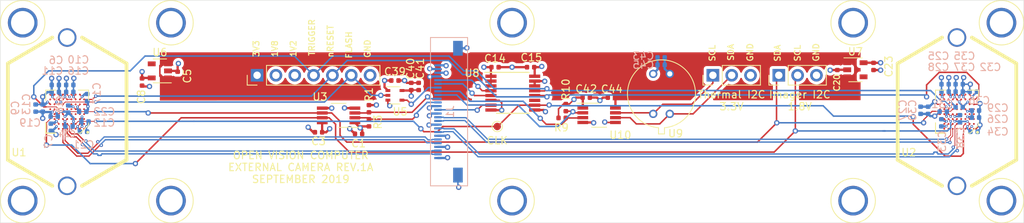
<source format=kicad_pcb>
(kicad_pcb (version 20190905) (host pcbnew "5.99.0-unknown-bba949c~100~ubuntu18.04.1")
  (layers (0 "F.Cu" signal) (1 "In1.Cu" signal hide) (2 "In2.Cu" signal hide) (3 "In3.Cu" signal hide) (4 "In4.Cu" signal hide) (31 "B.Cu" signal) (34 "B.Paste" user) (35 "F.Paste" user hide) (36 "B.SilkS" user) (37 "F.SilkS" user) (38 "B.Mask" user) (39 "F.Mask" user hide) (44 "Edge.Cuts" user))
  (net 0 "")
  (net 1 "GND")
  (net 2 "/MIPI_CLK0+")
  (net 3 "/MIPI_CLK0-")
  (net 4 "/MIPI_DAT0+")
  (net 5 "/MIPI_DAT0-")
  (net 6 "/MIPI_CLK1+")
  (net 7 "/MIPI_CLK1-")
  (net 8 "/MIPI_DAT1+")
  (net 9 "/MIPI_DAT1-")
  (net 10 "+3V3")
  (net 11 "+1V8")
  (net 12 "+1V2")
  (net 13 "Net-(U1-PadG9)")
  (net 14 "Net-(U1-PadE9)")
  (net 15 "Net-(U1-PadA7)")
  (net 16 "Net-(U1-PadF5)")
  (net 17 "Net-(U1-PadE5)")
  (net 18 "Net-(U1-PadF4)")
  (net 19 "Net-(U1-PadE4)")
  (net 20 "Net-(U1-PadD4)")
  (net 21 "Net-(U1-PadC4)")
  (net 22 "Net-(U1-PadB4)")
  (net 23 "Net-(U1-PadA4)")
  (net 24 "Net-(U1-PadF3)")
  (net 25 "Net-(U1-PadD3)")
  (net 26 "Net-(U1-PadC3)")
  (net 27 "Net-(U1-PadE2)")
  (net 28 "Net-(U1-PadD2)")
  (net 29 "Net-(U1-PadE1)")
  (net 30 "Net-(U1-PadD1)")
  (net 31 "Net-(U1-PadC1)")
  (net 32 "Net-(U1-PadB1)")
  (net 33 "Net-(U2-PadG9)")
  (net 34 "Net-(U2-PadE9)")
  (net 35 "Net-(U2-PadA7)")
  (net 36 "Net-(U2-PadF6)")
  (net 37 "Net-(U2-PadF5)")
  (net 38 "Net-(U2-PadE5)")
  (net 39 "Net-(U2-PadF4)")
  (net 40 "Net-(U2-PadE4)")
  (net 41 "Net-(U2-PadD4)")
  (net 42 "Net-(U2-PadC4)")
  (net 43 "Net-(U2-PadB4)")
  (net 44 "Net-(U2-PadA4)")
  (net 45 "Net-(U2-PadF3)")
  (net 46 "Net-(U2-PadD3)")
  (net 47 "Net-(U2-PadC3)")
  (net 48 "Net-(U2-PadE2)")
  (net 49 "Net-(U2-PadD2)")
  (net 50 "Net-(U2-PadE1)")
  (net 51 "Net-(U2-PadD1)")
  (net 52 "Net-(U2-PadC1)")
  (net 53 "Net-(U2-PadB1)")
  (net 54 "/CAM0_2V8")
  (net 55 "/CAM1_2V8")
  (net 56 "/EXTCLK_1V2")
  (net 57 "/FLASH_1V2")
  (net 58 "/RESET_1V2")
  (net 59 "/TRIGGER_1V2")
  (net 60 "/FLASH_1V8")
  (net 61 "/RESET_1V8")
  (net 62 "/TRIGGER_1V8")
  (net 63 "/SCL0_1V8")
  (net 64 "/SDA0_1V8")
  (net 65 "/SDA0_1V2")
  (net 66 "/SDA1_1V2")
  (net 67 "/SCL0_1V2")
  (net 68 "/SCL1_1V2")
  (net 69 "/EXTCLK_1V8")
  (net 70 "Net-(U7-Pad4)")
  (net 71 "Net-(U6-Pad4)")
  (net 72 "Net-(U8-Pad11)")
  (net 73 "/SCL1_3V3")
  (net 74 "/SDA1_3V3")
  (module "Connector_PinHeader_2.54mm:PinHeader_1x03_P2.54mm_Vertical" (layer "F.Cu") (at 132.08 85.09 90)
    (fp_text reference "J6" hide)
    (fp_text value "DNP")
    (pad "3" thru_hole oval (at 0 5.08 90) (size 1.7 1.7) (drill 1) (layers *.Cu *.Mask) (net 1 "GND"))
    (pad "2" thru_hole oval (at 0 2.54 90) (size 1.7 1.7) (drill 1) (layers *.Cu *.Mask) (net 74 "/SDA1_3V3"))
    (pad "1" thru_hole rect (at 0 0 90) (size 1.7 1.7) (drill 1) (layers *.Cu *.Mask) (net 73 "/SCL1_3V3"))
  )
  (module "Capacitor_SMD:C_0402_1005Metric" (layer "B.Cu") (at 125.1 83.695 180)
    (fp_text reference "C45" (at 2.4 -0.005) (layer "B.SilkS") (effects (justify mirror)))
    (fp_text value "1u")
    (pad "2" smd roundrect (at 0.485 0 180) (size 0.59 0.64) (layers "B.Cu" "B.Paste" "B.Mask") (net 1 "GND"))
    (pad "1" smd roundrect (at -0.485 0 180) (size 0.59 0.64) (layers "B.Cu" "B.Paste" "B.Mask") (net 10 "+3V3"))
  )
  (module "Package_SO:VSSOP-8_3.0x3.0mm_P0.65mm" (layer "F.Cu") (at 116.74 90.48)
    (fp_text reference "U10" (at 2.86 2.67) (layer "F.SilkS"))
    (fp_text value "TCA9803")
    (pad "8" smd rect (at 2.2 -0.975 270) (size 0.45 1.45) (layers "F.Cu" "F.Paste" "F.Mask") (net 10 "+3V3"))
    (pad "7" smd rect (at 2.2 -0.325 270) (size 0.45 1.45) (layers "F.Cu" "F.Paste" "F.Mask") (net 73 "/SCL1_3V3"))
    (pad "6" smd rect (at 2.2 0.325 270) (size 0.45 1.45) (layers "F.Cu" "F.Paste" "F.Mask") (net 74 "/SDA1_3V3"))
    (pad "5" smd rect (at 2.2 0.975 270) (size 0.45 1.45) (layers "F.Cu" "F.Paste" "F.Mask") (net 12 "+1V2"))
    (pad "4" smd rect (at -2.2 0.975 270) (size 0.45 1.45) (layers "F.Cu" "F.Paste" "F.Mask") (net 1 "GND"))
    (pad "3" smd rect (at -2.2 0.325 270) (size 0.45 1.45) (layers "F.Cu" "F.Paste" "F.Mask") (net 66 "/SDA1_1V2"))
    (pad "2" smd rect (at -2.2 -0.325 270) (size 0.45 1.45) (layers "F.Cu" "F.Paste" "F.Mask") (net 68 "/SCL1_1V2"))
    (pad "1" smd rect (at -2.2 -0.975 270) (size 0.45 1.45) (layers "F.Cu" "F.Paste" "F.Mask") (net 12 "+1V2"))
  )
  (module "Resistor_SMD:R_0402_1005Metric" (layer "F.Cu") (at 112.25 89.45 -90)
    (fp_text reference "R10" (at -2.45 0 90) (layer "F.SilkS"))
    (fp_text value "DNP")
    (pad "2" smd roundrect (at 0.485 0 270) (size 0.59 0.64) (layers "F.Cu" "F.Paste" "F.Mask") (net 68 "/SCL1_1V2"))
    (pad "1" smd roundrect (at -0.485 0 270) (size 0.59 0.64) (layers "F.Cu" "F.Paste" "F.Mask") (net 12 "+1V2"))
  )
  (module "Resistor_SMD:R_0402_1005Metric" (layer "F.Cu") (at 111.75 90.85)
    (fp_text reference "R9" (at -0.1 1.3) (layer "F.SilkS"))
    (fp_text value "DNP")
    (pad "2" smd roundrect (at 0.485 0) (size 0.59 0.64) (layers "F.Cu" "F.Paste" "F.Mask") (net 66 "/SDA1_1V2"))
    (pad "1" smd roundrect (at -0.485 0) (size 0.59 0.64) (layers "F.Cu" "F.Paste" "F.Mask") (net 12 "+1V2"))
  )
  (module "Capacitor_SMD:C_0402_1005Metric" (layer "F.Cu") (at 118.4 88.1 180)
    (fp_text reference "C44" (at -0.05 1.15) (layer "F.SilkS"))
    (fp_text value "100n")
    (pad "2" smd roundrect (at 0.485 0 180) (size 0.59 0.64) (layers "F.Cu" "F.Paste" "F.Mask") (net 1 "GND"))
    (pad "1" smd roundrect (at -0.485 0 180) (size 0.59 0.64) (layers "F.Cu" "F.Paste" "F.Mask") (net 10 "+3V3"))
  )
  (module "Capacitor_SMD:C_0402_1005Metric" (layer "B.Cu") (at 125.1 82.695 180)
    (fp_text reference "C43" (at 2.4 0.195) (layer "B.SilkS") (effects (justify mirror)))
    (fp_text value "100n")
    (pad "2" smd roundrect (at 0.485 0 180) (size 0.59 0.64) (layers "B.Cu" "B.Paste" "B.Mask") (net 1 "GND"))
    (pad "1" smd roundrect (at -0.485 0 180) (size 0.59 0.64) (layers "B.Cu" "B.Paste" "B.Mask") (net 10 "+3V3"))
  )
  (module "Capacitor_SMD:C_0402_1005Metric" (layer "F.Cu") (at 115 88.1)
    (fp_text reference "C42" (at 0 -1.17) (layer "F.SilkS"))
    (fp_text value "100n")
    (pad "2" smd roundrect (at 0.485 0) (size 0.59 0.64) (layers "F.Cu" "F.Paste" "F.Mask") (net 1 "GND"))
    (pad "1" smd roundrect (at -0.485 0) (size 0.59 0.64) (layers "F.Cu" "F.Paste" "F.Mask") (net 12 "+1V2"))
  )
  (module "Package_TO:Melexis_TO-39" (layer "F.Cu") (at 125.15 87.6 90)
    (fp_text reference "U9" (at -5.35 1.9 180) (layer "F.SilkS"))
    (fp_text value "DNP")
    (pad "2" thru_hole circle (at 2.697728 1.117436 90) (size 1.12 1.12) (drill 0.7) (layers *.Cu *.Mask) (net 10 "+3V3"))
    (pad "3" thru_hole circle (at 2.697728 -1.117436 90) (size 1.12 1.12) (drill 0.7) (layers *.Cu *.Mask) (net 1 "GND"))
    (pad "1" thru_hole circle (at -2.697728 1.117436 90) (size 1.12 1.12) (drill 0.7) (layers *.Cu *.Mask) (net 74 "/SDA1_3V3"))
    (pad "4" thru_hole circle (at -2.697728 -1.117436 90) (size 1.12 1.12) (drill 0.7) (layers *.Cu *.Mask) (net 73 "/SCL1_3V3"))
  )
  (module "Capacitor_SMD:C_0402_1005Metric" (layer "F.Cu") (at 92.4 86.6 90)
    (fp_text reference "C41" (at 2.4 0.2 90) (layer "F.SilkS"))
    (fp_text value "10u")
    (pad "2" smd roundrect (at 0.485 0 90) (size 0.59 0.64) (layers "F.Cu" "F.Paste" "F.Mask") (net 1 "GND"))
    (pad "1" smd roundrect (at -0.485 0 90) (size 0.59 0.64) (layers "F.Cu" "F.Paste" "F.Mask") (net 12 "+1V2"))
  )
  (module "TestPoint:TestPoint_Pad_D1.0mm" (layer "F.Cu") (at 103 92)
    (fp_text reference "TP1" hide)
    (fp_text value "DNP")
    (pad "1" smd circle (at 0 0) (size 1 1) (layers "F.Cu" "F.Mask") (net 69 "/EXTCLK_1V8"))
  )
  (module "Connector_PinHeader_2.54mm:PinHeader_1x07_P2.54mm_Vertical" (layer "F.Cu") (at 70.612 85.09 90)
    (fp_text reference "J4" hide)
    (fp_text value "DNP")
    (pad "7" thru_hole oval (at 0 15.24 90) (size 1.7 1.7) (drill 1) (layers *.Cu *.Mask) (net 1 "GND"))
    (pad "6" thru_hole oval (at 0 12.7 90) (size 1.7 1.7) (drill 1) (layers *.Cu *.Mask) (net 60 "/FLASH_1V8"))
    (pad "5" thru_hole oval (at 0 10.16 90) (size 1.7 1.7) (drill 1) (layers *.Cu *.Mask) (net 61 "/RESET_1V8"))
    (pad "4" thru_hole oval (at 0 7.62 90) (size 1.7 1.7) (drill 1) (layers *.Cu *.Mask) (net 62 "/TRIGGER_1V8"))
    (pad "3" thru_hole oval (at 0 5.08 90) (size 1.7 1.7) (drill 1) (layers *.Cu *.Mask) (net 12 "+1V2"))
    (pad "2" thru_hole oval (at 0 2.54 90) (size 1.7 1.7) (drill 1) (layers *.Cu *.Mask) (net 11 "+1V8"))
    (pad "1" thru_hole rect (at 0 0 90) (size 1.7 1.7) (drill 1) (layers *.Cu *.Mask) (net 10 "+3V3"))
  )
  (module "Capacitor_SMD:C_0402_1005Metric" (layer "F.Cu") (at 91.4 86.6 90)
    (fp_text reference "C40" (at 2.4 -0.1 90) (layer "F.SilkS"))
    (fp_text value "100n")
    (pad "2" smd roundrect (at 0.485 0 90) (size 0.59 0.64) (layers "F.Cu" "F.Paste" "F.Mask") (net 1 "GND"))
    (pad "1" smd roundrect (at -0.485 0 90) (size 0.59 0.64) (layers "F.Cu" "F.Paste" "F.Mask") (net 12 "+1V2"))
  )
  (module "Capacitor_SMD:C_0402_1005Metric" (layer "F.Cu") (at 89.2 85.8)
    (fp_text reference "C39" (at 0 -1.2) (layer "F.SilkS"))
    (fp_text value "100n")
    (pad "2" smd roundrect (at 0.485 0) (size 0.59 0.64) (layers "F.Cu" "F.Paste" "F.Mask") (net 1 "GND"))
    (pad "1" smd roundrect (at -0.485 0) (size 0.59 0.64) (layers "F.Cu" "F.Paste" "F.Mask") (net 11 "+1V8"))
  )
  (module "Package_SO:TSSOP-16_4.4x5mm_P0.65mm" (layer "F.Cu") (at 105.1 87.5)
    (fp_text reference "U8" (at -5.5 -2.7) (layer "F.SilkS"))
    (fp_text value "SN74AXC4T245PWR")
    (pad "16" smd rect (at 2.95 -2.275) (size 1.5 0.45) (layers "F.Cu" "F.Paste" "F.Mask") (net 11 "+1V8"))
    (pad "15" smd rect (at 2.95 -1.625) (size 1.5 0.45) (layers "F.Cu" "F.Paste" "F.Mask") (net 1 "GND"))
    (pad "14" smd rect (at 2.95 -0.975) (size 1.5 0.45) (layers "F.Cu" "F.Paste" "F.Mask") (net 1 "GND"))
    (pad "13" smd rect (at 2.95 -0.325) (size 1.5 0.45) (layers "F.Cu" "F.Paste" "F.Mask") (net 62 "/TRIGGER_1V8"))
    (pad "12" smd rect (at 2.95 0.325) (size 1.5 0.45) (layers "F.Cu" "F.Paste" "F.Mask") (net 61 "/RESET_1V8"))
    (pad "11" smd rect (at 2.95 0.975) (size 1.5 0.45) (layers "F.Cu" "F.Paste" "F.Mask") (net 72 "Net-(U8-Pad11)"))
    (pad "10" smd rect (at 2.95 1.625) (size 1.5 0.45) (layers "F.Cu" "F.Paste" "F.Mask") (net 69 "/EXTCLK_1V8"))
    (pad "9" smd rect (at 2.95 2.275) (size 1.5 0.45) (layers "F.Cu" "F.Paste" "F.Mask") (net 1 "GND"))
    (pad "8" smd rect (at -2.95 2.275) (size 1.5 0.45) (layers "F.Cu" "F.Paste" "F.Mask") (net 1 "GND"))
    (pad "7" smd rect (at -2.95 1.625) (size 1.5 0.45) (layers "F.Cu" "F.Paste" "F.Mask") (net 56 "/EXTCLK_1V2"))
    (pad "6" smd rect (at -2.95 0.975) (size 1.5 0.45) (layers "F.Cu" "F.Paste" "F.Mask") (net 1 "GND"))
    (pad "5" smd rect (at -2.95 0.325) (size 1.5 0.45) (layers "F.Cu" "F.Paste" "F.Mask") (net 58 "/RESET_1V2"))
    (pad "4" smd rect (at -2.95 -0.325) (size 1.5 0.45) (layers "F.Cu" "F.Paste" "F.Mask") (net 59 "/TRIGGER_1V2"))
    (pad "3" smd rect (at -2.95 -0.975) (size 1.5 0.45) (layers "F.Cu" "F.Paste" "F.Mask") (net 12 "+1V2"))
    (pad "2" smd rect (at -2.95 -1.625) (size 1.5 0.45) (layers "F.Cu" "F.Paste" "F.Mask") (net 12 "+1V2"))
    (pad "1" smd rect (at -2.95 -2.275) (size 1.5 0.45) (layers "F.Cu" "F.Paste" "F.Mask") (net 12 "+1V2"))
  )
  (module "Package_TO_SOT_SMD:SOT-23-5" (layer "F.Cu") (at 151.3 84.35)
    (fp_text reference "U7" (at 0 -2.45) (layer "F.SilkS"))
    (fp_text value "LP5907MFX-2.8")
    (pad "5" smd rect (at 1.1 -0.95) (size 1.06 0.65) (layers "F.Cu" "F.Paste" "F.Mask") (net 55 "/CAM1_2V8"))
    (pad "4" smd rect (at 1.1 0.95) (size 1.06 0.65) (layers "F.Cu" "F.Paste" "F.Mask") (net 70 "Net-(U7-Pad4)"))
    (pad "3" smd rect (at -1.1 0.95) (size 1.06 0.65) (layers "F.Cu" "F.Paste" "F.Mask") (net 10 "+3V3"))
    (pad "2" smd rect (at -1.1 0) (size 1.06 0.65) (layers "F.Cu" "F.Paste" "F.Mask") (net 1 "GND"))
    (pad "1" smd rect (at -1.1 -0.95) (size 1.06 0.65) (layers "F.Cu" "F.Paste" "F.Mask") (net 10 "+3V3"))
  )
  (module "Package_TO_SOT_SMD:SOT-23-5" (layer "F.Cu") (at 57.5 84.5 180)
    (fp_text reference "U6" (at 0 2.5) (layer "F.SilkS"))
    (fp_text value "LP5907MFX-2.8")
    (pad "5" smd rect (at 1.1 -0.95 180) (size 1.06 0.65) (layers "F.Cu" "F.Paste" "F.Mask") (net 54 "/CAM0_2V8"))
    (pad "4" smd rect (at 1.1 0.95 180) (size 1.06 0.65) (layers "F.Cu" "F.Paste" "F.Mask") (net 71 "Net-(U6-Pad4)"))
    (pad "3" smd rect (at -1.1 0.95 180) (size 1.06 0.65) (layers "F.Cu" "F.Paste" "F.Mask") (net 10 "+3V3"))
    (pad "2" smd rect (at -1.1 0 180) (size 1.06 0.65) (layers "F.Cu" "F.Paste" "F.Mask") (net 1 "GND"))
    (pad "1" smd rect (at -1.1 -0.95 180) (size 1.06 0.65) (layers "F.Cu" "F.Paste" "F.Mask") (net 10 "+3V3"))
  )
  (module "Package_TO_SOT_SMD:SOT-353_SC-70-5" (layer "F.Cu") (at 89.2 87.8)
    (fp_text reference "U5" (at 0.7 2.2) (layer "F.SilkS"))
    (fp_text value "SN74AUP1T34DCK")
    (pad "5" smd rect (at 0.95 -0.65) (size 0.65 0.4) (layers "F.Cu" "F.Paste" "F.Mask") (net 12 "+1V2"))
    (pad "4" smd rect (at 0.95 0.65) (size 0.65 0.4) (layers "F.Cu" "F.Paste" "F.Mask") (net 57 "/FLASH_1V2"))
    (pad "2" smd rect (at -0.95 0) (size 0.65 0.4) (layers "F.Cu" "F.Paste" "F.Mask") (net 60 "/FLASH_1V8"))
    (pad "3" smd rect (at -0.95 0.65) (size 0.65 0.4) (layers "F.Cu" "F.Paste" "F.Mask") (net 1 "GND"))
    (pad "1" smd rect (at -0.95 -0.65) (size 0.65 0.4) (layers "F.Cu" "F.Paste" "F.Mask") (net 11 "+1V8"))
  )
  (module "Package_SO:VSSOP-8_3.0x3.0mm_P0.65mm" (layer "F.Cu") (at 81.6 90.5 180)
    (fp_text reference "U3" (at 2.5 2.5) (layer "F.SilkS"))
    (fp_text value "TCA9803")
    (pad "8" smd rect (at 2.2 -0.975 90) (size 0.45 1.45) (layers "F.Cu" "F.Paste" "F.Mask") (net 11 "+1V8"))
    (pad "7" smd rect (at 2.2 -0.325 90) (size 0.45 1.45) (layers "F.Cu" "F.Paste" "F.Mask") (net 63 "/SCL0_1V8"))
    (pad "6" smd rect (at 2.2 0.325 90) (size 0.45 1.45) (layers "F.Cu" "F.Paste" "F.Mask") (net 64 "/SDA0_1V8"))
    (pad "5" smd rect (at 2.2 0.975 90) (size 0.45 1.45) (layers "F.Cu" "F.Paste" "F.Mask") (net 12 "+1V2"))
    (pad "4" smd rect (at -2.2 0.975 90) (size 0.45 1.45) (layers "F.Cu" "F.Paste" "F.Mask") (net 1 "GND"))
    (pad "3" smd rect (at -2.2 0.325 90) (size 0.45 1.45) (layers "F.Cu" "F.Paste" "F.Mask") (net 65 "/SDA0_1V2"))
    (pad "2" smd rect (at -2.2 -0.325 90) (size 0.45 1.45) (layers "F.Cu" "F.Paste" "F.Mask") (net 67 "/SCL0_1V2"))
    (pad "1" smd rect (at -2.2 -0.975 90) (size 0.45 1.45) (layers "F.Cu" "F.Paste" "F.Mask") (net 12 "+1V2"))
  )
  (module "Resistor_SMD:R_0402_1005Metric" (layer "F.Cu") (at 85.7 91.5 90)
    (fp_text reference "R3" (at 0.1 1.2 90) (layer "F.SilkS"))
    (fp_text value "2k2")
    (pad "2" smd roundrect (at 0.485 0 90) (size 0.59 0.64) (layers "F.Cu" "F.Paste" "F.Mask") (net 67 "/SCL0_1V2"))
    (pad "1" smd roundrect (at -0.485 0 90) (size 0.59 0.64) (layers "F.Cu" "F.Paste" "F.Mask") (net 12 "+1V2"))
  )
  (module "Resistor_SMD:R_0402_1005Metric" (layer "F.Cu") (at 85.7 89.6 -90)
    (fp_text reference "R1" (at -1.9 0 90) (layer "F.SilkS"))
    (fp_text value "2k2")
    (pad "2" smd roundrect (at 0.485 0 270) (size 0.59 0.64) (layers "F.Cu" "F.Paste" "F.Mask") (net 65 "/SDA0_1V2"))
    (pad "1" smd roundrect (at -0.485 0 270) (size 0.59 0.64) (layers "F.Cu" "F.Paste" "F.Mask") (net 12 "+1V2"))
  )
  (module "Connector_PinHeader_2.54mm:PinHeader_1x03_P2.54mm_Vertical" (layer "F.Cu") (at 140.97 85.09 90)
    (fp_text reference "J5" hide)
    (fp_text value "DNP")
    (pad "3" thru_hole oval (at 0 5.08 90) (size 1.7 1.7) (drill 1) (layers *.Cu *.Mask) (net 1 "GND"))
    (pad "2" thru_hole oval (at 0 2.54 90) (size 1.7 1.7) (drill 1) (layers *.Cu *.Mask) (net 63 "/SCL0_1V8"))
    (pad "1" thru_hole rect (at 0 0 90) (size 1.7 1.7) (drill 1) (layers *.Cu *.Mask) (net 64 "/SDA0_1V8"))
  )
  (module "Capacitor_SMD:C_0402_1005Metric" (layer "B.Cu") (at 165.4 90.95 90)
    (fp_text reference "C38" (at -2.55 0.1 90) (layer "B.SilkS") (effects (justify mirror)))
    (fp_text value "100n")
    (pad "2" smd roundrect (at 0.485 0 90) (size 0.59 0.64) (layers "B.Cu" "B.Paste" "B.Mask") (net 1 "GND"))
    (pad "1" smd roundrect (at -0.485 0 90) (size 0.59 0.64) (layers "B.Cu" "B.Paste" "B.Mask") (net 12 "+1V2"))
  )
  (module "Capacitor_SMD:C_0402_1005Metric" (layer "B.Cu") (at 165.3 87.3)
    (fp_text reference "C37" (at 0.7 -3.3) (layer "B.SilkS") (effects (justify mirror)))
    (fp_text value "100n")
    (pad "2" smd roundrect (at 0.485 0) (size 0.59 0.64) (layers "B.Cu" "B.Paste" "B.Mask") (net 1 "GND"))
    (pad "1" smd roundrect (at -0.485 0) (size 0.59 0.64) (layers "B.Cu" "B.Paste" "B.Mask") (net 12 "+1V2"))
  )
  (module "Capacitor_SMD:C_0402_1005Metric" (layer "B.Cu") (at 165.3 89.4 180)
    (fp_text reference "C36" (at -2.7 0.9) (layer "B.SilkS") (effects (justify mirror)))
    (fp_text value "100n")
    (pad "2" smd roundrect (at 0.485 0 180) (size 0.59 0.64) (layers "B.Cu" "B.Paste" "B.Mask") (net 1 "GND"))
    (pad "1" smd roundrect (at -0.485 0 180) (size 0.59 0.64) (layers "B.Cu" "B.Paste" "B.Mask") (net 12 "+1V2"))
  )
  (module "Capacitor_SMD:C_0402_1005Metric" (layer "B.Cu") (at 165.3 86.3)
    (fp_text reference "C35" (at 0.7 -3.8) (layer "B.SilkS") (effects (justify mirror)))
    (fp_text value "100n")
    (pad "2" smd roundrect (at 0.485 0) (size 0.59 0.64) (layers "B.Cu" "B.Paste" "B.Mask") (net 1 "GND"))
    (pad "1" smd roundrect (at -0.485 0) (size 0.59 0.64) (layers "B.Cu" "B.Paste" "B.Mask") (net 12 "+1V2"))
  )
  (module "Capacitor_SMD:C_0402_1005Metric" (layer "B.Cu") (at 167.3 92.7)
    (fp_text reference "C34" (at 3.2 0) (layer "B.SilkS") (effects (justify mirror)))
    (fp_text value "100n")
    (pad "2" smd roundrect (at 0.485 0) (size 0.59 0.64) (layers "B.Cu" "B.Paste" "B.Mask") (net 1 "GND"))
    (pad "1" smd roundrect (at -0.485 0) (size 0.59 0.64) (layers "B.Cu" "B.Paste" "B.Mask") (net 12 "+1V2"))
  )
  (module "Capacitor_SMD:C_0402_1005Metric" (layer "B.Cu") (at 162.9 91.5 -90)
    (fp_text reference "C33" (at 2.5 -0.1 90) (layer "B.SilkS") (effects (justify mirror)))
    (fp_text value "100n")
    (pad "2" smd roundrect (at 0.485 0 270) (size 0.59 0.64) (layers "B.Cu" "B.Paste" "B.Mask") (net 1 "GND"))
    (pad "1" smd roundrect (at -0.485 0 270) (size 0.59 0.64) (layers "B.Cu" "B.Paste" "B.Mask") (net 11 "+1V8"))
  )
  (module "Capacitor_SMD:C_0402_1005Metric" (layer "B.Cu") (at 167.2 87.3 180)
    (fp_text reference "C32" (at -2.3 3.3) (layer "B.SilkS") (effects (justify mirror)))
    (fp_text value "100n")
    (pad "2" smd roundrect (at 0.485 0 180) (size 0.59 0.64) (layers "B.Cu" "B.Paste" "B.Mask") (net 1 "GND"))
    (pad "1" smd roundrect (at -0.485 0 180) (size 0.59 0.64) (layers "B.Cu" "B.Paste" "B.Mask") (net 55 "/CAM1_2V8"))
  )
  (module "Capacitor_SMD:C_0402_1005Metric" (layer "B.Cu") (at 163.15 90 180)
    (fp_text reference "C31" (at 0.15 1) (layer "B.SilkS") (effects (justify mirror)))
    (fp_text value "10u")
    (pad "2" smd roundrect (at 0.485 0 180) (size 0.59 0.64) (layers "B.Cu" "B.Paste" "B.Mask") (net 1 "GND"))
    (pad "1" smd roundrect (at -0.485 0 180) (size 0.59 0.64) (layers "B.Cu" "B.Paste" "B.Mask") (net 12 "+1V2"))
  )
  (module "Capacitor_SMD:C_0402_1005Metric" (layer "B.Cu") (at 161.1 89.815 -90)
    (fp_text reference "C30" (at 0 2.1 -90) (layer "B.SilkS") (effects (justify mirror)))
    (fp_text value "100n")
    (pad "2" smd roundrect (at 0.485 0 270) (size 0.59 0.64) (layers "B.Cu" "B.Paste" "B.Mask") (net 1 "GND"))
    (pad "1" smd roundrect (at -0.485 0 270) (size 0.59 0.64) (layers "B.Cu" "B.Paste" "B.Mask") (net 55 "/CAM1_2V8"))
  )
  (module "Capacitor_SMD:C_0402_1005Metric" (layer "B.Cu") (at 167.5 89.845)
    (fp_text reference "C29" (at 3 -0.345) (layer "B.SilkS") (effects (justify mirror)))
    (fp_text value "100n")
    (pad "2" smd roundrect (at 0.485 0) (size 0.59 0.64) (layers "B.Cu" "B.Paste" "B.Mask") (net 1 "GND"))
    (pad "1" smd roundrect (at -0.485 0) (size 0.59 0.64) (layers "B.Cu" "B.Paste" "B.Mask") (net 11 "+1V8"))
  )
  (module "Capacitor_SMD:C_0402_1005Metric" (layer "B.Cu") (at 163.4 87.3)
    (fp_text reference "C28" (at -0.9 -3.3) (layer "B.SilkS") (effects (justify mirror)))
    (fp_text value "100n")
    (pad "2" smd roundrect (at 0.485 0) (size 0.59 0.64) (layers "B.Cu" "B.Paste" "B.Mask") (net 1 "GND"))
    (pad "1" smd roundrect (at -0.485 0) (size 0.59 0.64) (layers "B.Cu" "B.Paste" "B.Mask") (net 55 "/CAM1_2V8"))
  )
  (module "Capacitor_SMD:C_0402_1005Metric" (layer "B.Cu") (at 160.1 89.815 -90)
    (fp_text reference "C27" (at 0 2.4 -90) (layer "B.SilkS") (effects (justify mirror)))
    (fp_text value "10u")
    (pad "2" smd roundrect (at 0.485 0 270) (size 0.59 0.64) (layers "B.Cu" "B.Paste" "B.Mask") (net 1 "GND"))
    (pad "1" smd roundrect (at -0.485 0 270) (size 0.59 0.64) (layers "B.Cu" "B.Paste" "B.Mask") (net 55 "/CAM1_2V8"))
  )
  (module "Capacitor_SMD:C_0402_1005Metric" (layer "B.Cu") (at 167.5 90.795)
    (fp_text reference "C26" (at 3 0.205) (layer "B.SilkS") (effects (justify mirror)))
    (fp_text value "10u")
    (pad "2" smd roundrect (at 0.485 0) (size 0.59 0.64) (layers "B.Cu" "B.Paste" "B.Mask") (net 1 "GND"))
    (pad "1" smd roundrect (at -0.485 0) (size 0.59 0.64) (layers "B.Cu" "B.Paste" "B.Mask") (net 11 "+1V8"))
  )
  (module "Capacitor_SMD:C_0402_1005Metric" (layer "B.Cu") (at 163.4 86.3)
    (fp_text reference "C25" (at -0.9 -3.8 180) (layer "B.SilkS") (effects (justify mirror)))
    (fp_text value "10u")
    (pad "2" smd roundrect (at 0.485 0) (size 0.59 0.64) (layers "B.Cu" "B.Paste" "B.Mask") (net 1 "GND"))
    (pad "1" smd roundrect (at -0.485 0) (size 0.59 0.64) (layers "B.Cu" "B.Paste" "B.Mask") (net 55 "/CAM1_2V8"))
  )
  (module "Capacitor_SMD:C_0402_1005Metric" (layer "B.Cu") (at 45.25 92)
    (fp_text reference "C24" (at -0.25 1 180) (layer "B.SilkS") (effects (font (size 0.8 0.8)) (justify mirror)))
    (fp_text value "100n")
    (pad "2" smd roundrect (at 0.485 0) (size 0.59 0.64) (layers "B.Cu" "B.Paste" "B.Mask") (net 1 "GND"))
    (pad "1" smd roundrect (at -0.485 0) (size 0.59 0.64) (layers "B.Cu" "B.Paste" "B.Mask") (net 12 "+1V2"))
  )
  (module "Capacitor_SMD:C_0402_1005Metric" (layer "F.Cu") (at 153.75 83.9 -90)
    (fp_text reference "C23" (at 0 -2.05 90) (layer "F.SilkS"))
    (fp_text value "1u")
    (pad "2" smd roundrect (at 0.485 0 270) (size 0.59 0.64) (layers "F.Cu" "F.Paste" "F.Mask") (net 1 "GND"))
    (pad "1" smd roundrect (at -0.485 0 270) (size 0.59 0.64) (layers "F.Cu" "F.Paste" "F.Mask") (net 55 "/CAM1_2V8"))
  )
  (module "Capacitor_SMD:C_0402_1005Metric" (layer "B.Cu") (at 47.1 90)
    (fp_text reference "C22" (at 2.9 0) (layer "B.SilkS") (effects (justify mirror)))
    (fp_text value "100n")
    (pad "2" smd roundrect (at 0.485 0) (size 0.59 0.64) (layers "B.Cu" "B.Paste" "B.Mask") (net 1 "GND"))
    (pad "1" smd roundrect (at -0.485 0) (size 0.59 0.64) (layers "B.Cu" "B.Paste" "B.Mask") (net 12 "+1V2"))
  )
  (module "Capacitor_SMD:C_0402_1005Metric" (layer "B.Cu") (at 47.2 92.7)
    (fp_text reference "C21" (at 0 1.755) (layer "B.SilkS") (effects (justify mirror)))
    (fp_text value "100n")
    (pad "2" smd roundrect (at 0.485 0) (size 0.59 0.64) (layers "B.Cu" "B.Paste" "B.Mask") (net 1 "GND"))
    (pad "1" smd roundrect (at -0.485 0) (size 0.59 0.64) (layers "B.Cu" "B.Paste" "B.Mask") (net 12 "+1V2"))
  )
  (module "Capacitor_SMD:C_0402_1005Metric" (layer "F.Cu") (at 148.865 83.9 -90)
    (fp_text reference "C20" (at 2.2 0.065 90) (layer "F.SilkS") (effects (font (size 0.8 0.8))))
    (fp_text value "1u")
    (pad "2" smd roundrect (at 0.485 0 270) (size 0.59 0.64) (layers "F.Cu" "F.Paste" "F.Mask") (net 1 "GND"))
    (pad "1" smd roundrect (at -0.485 0 270) (size 0.59 0.64) (layers "F.Cu" "F.Paste" "F.Mask") (net 10 "+3V3"))
  )
  (module "Capacitor_SMD:C_0402_1005Metric" (layer "B.Cu") (at 43.25 90.65 180)
    (fp_text reference "C19" (at 3.25 -0.85) (layer "B.SilkS") (effects (justify mirror)))
    (fp_text value "100n")
    (pad "2" smd roundrect (at 0.485 0 180) (size 0.59 0.64) (layers "B.Cu" "B.Paste" "B.Mask") (net 1 "GND"))
    (pad "1" smd roundrect (at -0.485 0 180) (size 0.59 0.64) (layers "B.Cu" "B.Paste" "B.Mask") (net 12 "+1V2"))
  )
  (module "Capacitor_SMD:C_0402_1005Metric" (layer "B.Cu") (at 45.15 89.65 -90)
    (fp_text reference "C18" (at -0.65 1.15 90) (layer "B.SilkS") (effects (font (size 0.8 0.8)) (justify mirror)))
    (fp_text value "100n")
    (pad "2" smd roundrect (at 0.485 0 270) (size 0.59 0.64) (layers "B.Cu" "B.Paste" "B.Mask") (net 1 "GND"))
    (pad "1" smd roundrect (at -0.485 0 270) (size 0.59 0.64) (layers "B.Cu" "B.Paste" "B.Mask") (net 11 "+1V8"))
  )
  (module "Capacitor_SMD:C_0402_1005Metric" (layer "B.Cu") (at 47.7 88.1 -90)
    (fp_text reference "C17" (at -0.6 -1.3 90) (layer "B.SilkS") (effects (justify mirror)))
    (fp_text value "100n")
    (pad "2" smd roundrect (at 0.485 0 270) (size 0.59 0.64) (layers "B.Cu" "B.Paste" "B.Mask") (net 1 "GND"))
    (pad "1" smd roundrect (at -0.485 0 270) (size 0.59 0.64) (layers "B.Cu" "B.Paste" "B.Mask") (net 54 "/CAM0_2V8"))
  )
  (module "Capacitor_SMD:C_0402_1005Metric" (layer "B.Cu") (at 45.35 87.35)
    (fp_text reference "C16" (at 1.15 -2.85) (layer "B.SilkS") (effects (justify mirror)))
    (fp_text value "100n")
    (pad "2" smd roundrect (at 0.485 0) (size 0.59 0.64) (layers "B.Cu" "B.Paste" "B.Mask") (net 1 "GND"))
    (pad "1" smd roundrect (at -0.485 0) (size 0.59 0.64) (layers "B.Cu" "B.Paste" "B.Mask") (net 12 "+1V2"))
  )
  (module "Capacitor_SMD:C_0402_1005Metric" (layer "F.Cu") (at 107.5 84 180)
    (fp_text reference "C15" (at -0.1 1.3) (layer "F.SilkS"))
    (fp_text value "100n")
    (pad "2" smd roundrect (at 0.485 0 180) (size 0.59 0.64) (layers "F.Cu" "F.Paste" "F.Mask") (net 1 "GND"))
    (pad "1" smd roundrect (at -0.485 0 180) (size 0.59 0.64) (layers "F.Cu" "F.Paste" "F.Mask") (net 11 "+1V8"))
  )
  (module "Capacitor_SMD:C_0402_1005Metric" (layer "F.Cu") (at 102.7 84)
    (fp_text reference "C14" (at 0 -1.17) (layer "F.SilkS"))
    (fp_text value "100n")
    (pad "2" smd roundrect (at 0.485 0) (size 0.59 0.64) (layers "F.Cu" "F.Paste" "F.Mask") (net 1 "GND"))
    (pad "1" smd roundrect (at -0.485 0) (size 0.59 0.64) (layers "F.Cu" "F.Paste" "F.Mask") (net 12 "+1V2"))
  )
  (module "Capacitor_SMD:C_0402_1005Metric" (layer "B.Cu") (at 41.7 89.515 -90)
    (fp_text reference "C13" (at -0.515 2.2 -90) (layer "B.SilkS") (effects (justify mirror)))
    (fp_text value "100n")
    (pad "2" smd roundrect (at 0.485 0 270) (size 0.59 0.64) (layers "B.Cu" "B.Paste" "B.Mask") (net 1 "GND"))
    (pad "1" smd roundrect (at -0.485 0 270) (size 0.59 0.64) (layers "B.Cu" "B.Paste" "B.Mask") (net 54 "/CAM0_2V8"))
  )
  (module "Capacitor_SMD:C_0402_1005Metric" (layer "B.Cu") (at 47.4 91.35)
    (fp_text reference "C12" (at 2.6 0.15) (layer "B.SilkS") (effects (justify mirror)))
    (fp_text value "100n")
    (pad "2" smd roundrect (at 0.485 0) (size 0.59 0.64) (layers "B.Cu" "B.Paste" "B.Mask") (net 1 "GND"))
    (pad "1" smd roundrect (at -0.485 0) (size 0.59 0.64) (layers "B.Cu" "B.Paste" "B.Mask") (net 11 "+1V8"))
  )
  (module "Capacitor_SMD:C_0402_1005Metric" (layer "B.Cu") (at 43.4 87.36)
    (fp_text reference "C11" (at -0.4 -2.86) (layer "B.SilkS") (effects (justify mirror)))
    (fp_text value "100n")
    (pad "2" smd roundrect (at 0.485 0) (size 0.59 0.64) (layers "B.Cu" "B.Paste" "B.Mask") (net 1 "GND"))
    (pad "1" smd roundrect (at -0.485 0) (size 0.59 0.64) (layers "B.Cu" "B.Paste" "B.Mask") (net 54 "/CAM0_2V8"))
  )
  (module "Capacitor_SMD:C_0402_1005Metric" (layer "B.Cu") (at 45.35 86.4)
    (fp_text reference "C10" (at 1.15 -3.4) (layer "B.SilkS") (effects (justify mirror)))
    (fp_text value "10u")
    (pad "2" smd roundrect (at 0.485 0) (size 0.59 0.64) (layers "B.Cu" "B.Paste" "B.Mask") (net 1 "GND"))
    (pad "1" smd roundrect (at -0.485 0) (size 0.59 0.64) (layers "B.Cu" "B.Paste" "B.Mask") (net 12 "+1V2"))
  )
  (module "Capacitor_SMD:C_0402_1005Metric" (layer "B.Cu") (at 40.75 89.515002 -90)
    (fp_text reference "C9" (at -0.015002 2.75 -90) (layer "B.SilkS") (effects (justify mirror)))
    (fp_text value "10u")
    (pad "2" smd roundrect (at 0.485 0 270) (size 0.59 0.64) (layers "B.Cu" "B.Paste" "B.Mask") (net 1 "GND"))
    (pad "1" smd roundrect (at -0.485 0 270) (size 0.59 0.64) (layers "B.Cu" "B.Paste" "B.Mask") (net 54 "/CAM0_2V8"))
  )
  (module "Capacitor_SMD:C_0402_1005Metric" (layer "F.Cu") (at 55.1 86 -90)
    (fp_text reference "C8" (at 2 0.1 90) (layer "F.SilkS"))
    (fp_text value "1u")
    (pad "2" smd roundrect (at 0.485 0 270) (size 0.59 0.64) (layers "F.Cu" "F.Paste" "F.Mask") (net 1 "GND"))
    (pad "1" smd roundrect (at -0.485 0 270) (size 0.59 0.64) (layers "F.Cu" "F.Paste" "F.Mask") (net 54 "/CAM0_2V8"))
  )
  (module "Capacitor_SMD:C_0402_1005Metric" (layer "B.Cu") (at 42.8 92.1 -90)
    (fp_text reference "C7" (at 1.9 0.3 90) (layer "B.SilkS") (effects (justify mirror)))
    (fp_text value "10u")
    (pad "2" smd roundrect (at 0.485 0 270) (size 0.59 0.64) (layers "B.Cu" "B.Paste" "B.Mask") (net 1 "GND"))
    (pad "1" smd roundrect (at -0.485 0 270) (size 0.59 0.64) (layers "B.Cu" "B.Paste" "B.Mask") (net 11 "+1V8"))
  )
  (module "Capacitor_SMD:C_0402_1005Metric" (layer "B.Cu") (at 43.4 86.4)
    (fp_text reference "C6" (at 0.1 -3.34) (layer "B.SilkS") (effects (justify mirror)))
    (fp_text value "10u")
    (pad "2" smd roundrect (at 0.485 0) (size 0.59 0.64) (layers "B.Cu" "B.Paste" "B.Mask") (net 1 "GND"))
    (pad "1" smd roundrect (at -0.485 0) (size 0.59 0.64) (layers "B.Cu" "B.Paste" "B.Mask") (net 54 "/CAM0_2V8"))
  )
  (module "Capacitor_SMD:C_0402_1005Metric" (layer "F.Cu") (at 59.9 85.1 90)
    (fp_text reference "C5" (at -0.1 1.3 90) (layer "F.SilkS"))
    (fp_text value "1u")
    (pad "2" smd roundrect (at 0.485 0 90) (size 0.59 0.64) (layers "F.Cu" "F.Paste" "F.Mask") (net 1 "GND"))
    (pad "1" smd roundrect (at -0.485 0 90) (size 0.59 0.64) (layers "F.Cu" "F.Paste" "F.Mask") (net 10 "+3V3"))
  )
  (module "Capacitor_SMD:C_0402_1005Metric" (layer "F.Cu") (at 78.9 92.775 180)
    (fp_text reference "C3" (at 0 -1.225) (layer "F.SilkS"))
    (fp_text value "100n")
    (pad "2" smd roundrect (at 0.485 0 180) (size 0.59 0.64) (layers "F.Cu" "F.Paste" "F.Mask") (net 1 "GND"))
    (pad "1" smd roundrect (at -0.485 0 180) (size 0.59 0.64) (layers "F.Cu" "F.Paste" "F.Mask") (net 11 "+1V8"))
  )
  (module "Capacitor_SMD:C_0402_1005Metric" (layer "F.Cu") (at 84.3 93 180)
    (fp_text reference "C1" (at 0 -1.3) (layer "F.SilkS"))
    (fp_text value "100n")
    (pad "2" smd roundrect (at 0.485 0 180) (size 0.59 0.64) (layers "F.Cu" "F.Paste" "F.Mask") (net 1 "GND"))
    (pad "1" smd roundrect (at -0.485 0 180) (size 0.59 0.64) (layers "F.Cu" "F.Paste" "F.Mask") (net 12 "+1V2"))
  )
  (module "ONSemi:BGA-72_9x8_5.545x5.565mm" (layer "F.Cu") (at 165 90 180)
    (fp_text reference "U2" (at 6.5 -5.5) (layer "F.SilkS"))
    (fp_text value "AR0144CS")
    (pad "H9" smd circle (at 2.28 2.31 180) (size 0.25 0.25) (layers "F.Cu" "F.Paste" "F.Mask") (net 55 "/CAM1_2V8"))
    (pad "G9" smd circle (at 2.28 1.65 180) (size 0.25 0.25) (layers "F.Cu" "F.Paste" "F.Mask") (net 33 "Net-(U2-PadG9)"))
    (pad "F9" smd circle (at 2.28 0.99 180) (size 0.25 0.25) (layers "F.Cu" "F.Paste" "F.Mask") (net 55 "/CAM1_2V8"))
    (pad "E9" smd circle (at 2.28 0.33 180) (size 0.25 0.25) (layers "F.Cu" "F.Paste" "F.Mask") (net 34 "Net-(U2-PadE9)"))
    (pad "D9" smd circle (at 2.28 -0.33 180) (size 0.25 0.25) (layers "F.Cu" "F.Paste" "F.Mask") (net 1 "GND"))
    (pad "H8" smd circle (at 1.71 2.31 180) (size 0.25 0.25) (layers "F.Cu" "F.Paste" "F.Mask") (net 55 "/CAM1_2V8"))
    (pad "G8" smd circle (at 1.71 1.65 180) (size 0.25 0.25) (layers "F.Cu" "F.Paste" "F.Mask") (net 55 "/CAM1_2V8"))
    (pad "F8" smd circle (at 1.71 0.99 180) (size 0.25 0.25) (layers "F.Cu" "F.Paste" "F.Mask") (net 1 "GND"))
    (pad "E8" smd circle (at 1.71 0.33 180) (size 0.25 0.25) (layers "F.Cu" "F.Paste" "F.Mask") (net 1 "GND"))
    (pad "D8" smd circle (at 1.71 -0.33 180) (size 0.25 0.25) (layers "F.Cu" "F.Paste" "F.Mask") (net 12 "+1V2"))
    (pad "C8" smd circle (at 1.71 -0.99 180) (size 0.25 0.25) (layers "F.Cu" "F.Paste" "F.Mask") (net 11 "+1V8"))
    (pad "B8" smd circle (at 1.71 -1.65 180) (size 0.25 0.25) (layers "F.Cu" "F.Paste" "F.Mask") (net 11 "+1V8"))
    (pad "A8" smd circle (at 1.71 -2.31 180) (size 0.25 0.25) (layers "F.Cu" "F.Paste" "F.Mask") (net 1 "GND"))
    (pad "H7" smd circle (at 1.14 2.31 180) (size 0.25 0.25) (layers "F.Cu" "F.Paste" "F.Mask") (net 1 "GND"))
    (pad "G7" smd circle (at 1.14 1.65 180) (size 0.25 0.25) (layers "F.Cu" "F.Paste" "F.Mask") (net 1 "GND"))
    (pad "F7" smd circle (at 1.14 0.99 180) (size 0.25 0.25) (layers "F.Cu" "F.Paste" "F.Mask") (net 1 "GND"))
    (pad "E7" smd circle (at 1.14 0.33 180) (size 0.25 0.25) (layers "F.Cu" "F.Paste" "F.Mask") (net 62 "/TRIGGER_1V8"))
    (pad "D7" smd circle (at 1.14 -0.33 180) (size 0.25 0.25) (layers "F.Cu" "F.Paste" "F.Mask") (net 1 "GND"))
    (pad "C7" smd circle (at 1.14 -0.99 180) (size 0.25 0.25) (layers "F.Cu" "F.Paste" "F.Mask") (net 63 "/SCL0_1V8"))
    (pad "B7" smd circle (at 1.14 -1.65 180) (size 0.25 0.25) (layers "F.Cu" "F.Paste" "F.Mask") (net 1 "GND"))
    (pad "A7" smd circle (at 1.14 -2.31 180) (size 0.25 0.25) (layers "F.Cu" "F.Paste" "F.Mask") (net 35 "Net-(U2-PadA7)"))
    (pad "H6" smd circle (at 0.57 2.31 180) (size 0.25 0.25) (layers "F.Cu" "F.Paste" "F.Mask") (net 1 "GND"))
    (pad "G6" smd circle (at 0.57 1.65 180) (size 0.25 0.25) (layers "F.Cu" "F.Paste" "F.Mask") (net 12 "+1V2"))
    (pad "F6" smd circle (at 0.57 0.99 180) (size 0.25 0.25) (layers "F.Cu" "F.Paste" "F.Mask") (net 36 "Net-(U2-PadF6)"))
    (pad "E6" smd circle (at 0.57 0.33 180) (size 0.25 0.25) (layers "F.Cu" "F.Paste" "F.Mask") (net 64 "/SDA0_1V8"))
    (pad "D6" smd circle (at 0.57 -0.33 180) (size 0.25 0.25) (layers "F.Cu" "F.Paste" "F.Mask") (net 1 "GND"))
    (pad "C6" smd circle (at 0.57 -0.99 180) (size 0.25 0.25) (layers "F.Cu" "F.Paste" "F.Mask") (net 12 "+1V2"))
    (pad "B6" smd circle (at 0.57 -1.65 180) (size 0.25 0.25) (layers "F.Cu" "F.Paste" "F.Mask") (net 9 "/MIPI_DAT1-"))
    (pad "A6" smd circle (at 0.57 -2.31 180) (size 0.25 0.25) (layers "F.Cu" "F.Paste" "F.Mask") (net 8 "/MIPI_DAT1+"))
    (pad "H5" smd circle (at 0 2.31 180) (size 0.25 0.25) (layers "F.Cu" "F.Paste" "F.Mask") (net 1 "GND"))
    (pad "G5" smd circle (at 0 1.65 180) (size 0.25 0.25) (layers "F.Cu" "F.Paste" "F.Mask") (net 12 "+1V2"))
    (pad "F5" smd circle (at 0 0.99 180) (size 0.25 0.25) (layers "F.Cu" "F.Paste" "F.Mask") (net 37 "Net-(U2-PadF5)"))
    (pad "E5" smd circle (at 0 0.33 180) (size 0.25 0.25) (layers "F.Cu" "F.Paste" "F.Mask") (net 38 "Net-(U2-PadE5)"))
    (pad "D5" smd circle (at 0 -0.33 180) (size 0.25 0.25) (layers "F.Cu" "F.Paste" "F.Mask") (net 1 "GND"))
    (pad "C5" smd circle (at 0 -0.99 180) (size 0.25 0.25) (layers "F.Cu" "F.Paste" "F.Mask") (net 12 "+1V2"))
    (pad "B5" smd circle (at 0 -1.65 180) (size 0.25 0.25) (layers "F.Cu" "F.Paste" "F.Mask") (net 7 "/MIPI_CLK1-"))
    (pad "A5" smd circle (at 0 -2.31 180) (size 0.25 0.25) (layers "F.Cu" "F.Paste" "F.Mask") (net 6 "/MIPI_CLK1+"))
    (pad "H4" smd circle (at -0.57 2.31 180) (size 0.25 0.25) (layers "F.Cu" "F.Paste" "F.Mask") (net 1 "GND"))
    (pad "G4" smd circle (at -0.57 1.65 180) (size 0.25 0.25) (layers "F.Cu" "F.Paste" "F.Mask") (net 12 "+1V2"))
    (pad "F4" smd circle (at -0.57 0.99 180) (size 0.25 0.25) (layers "F.Cu" "F.Paste" "F.Mask") (net 39 "Net-(U2-PadF4)"))
    (pad "E4" smd circle (at -0.57 0.33 180) (size 0.25 0.25) (layers "F.Cu" "F.Paste" "F.Mask") (net 40 "Net-(U2-PadE4)"))
    (pad "D4" smd circle (at -0.57 -0.33 180) (size 0.25 0.25) (layers "F.Cu" "F.Paste" "F.Mask") (net 41 "Net-(U2-PadD4)"))
    (pad "C4" smd circle (at -0.57 -0.99 180) (size 0.25 0.25) (layers "F.Cu" "F.Paste" "F.Mask") (net 42 "Net-(U2-PadC4)"))
    (pad "B4" smd circle (at -0.57 -1.65 180) (size 0.25 0.25) (layers "F.Cu" "F.Paste" "F.Mask") (net 43 "Net-(U2-PadB4)"))
    (pad "A4" smd circle (at -0.57 -2.31 180) (size 0.25 0.25) (layers "F.Cu" "F.Paste" "F.Mask") (net 44 "Net-(U2-PadA4)"))
    (pad "H3" smd circle (at -1.14 2.31 180) (size 0.25 0.25) (layers "F.Cu" "F.Paste" "F.Mask") (net 1 "GND"))
    (pad "G3" smd circle (at -1.14 1.65 180) (size 0.25 0.25) (layers "F.Cu" "F.Paste" "F.Mask") (net 1 "GND"))
    (pad "F3" smd circle (at -1.14 0.99 180) (size 0.25 0.25) (layers "F.Cu" "F.Paste" "F.Mask") (net 45 "Net-(U2-PadF3)"))
    (pad "E3" smd circle (at -1.14 0.33 180) (size 0.25 0.25) (layers "F.Cu" "F.Paste" "F.Mask") (net 11 "+1V8"))
    (pad "D3" smd circle (at -1.14 -0.33 180) (size 0.25 0.25) (layers "F.Cu" "F.Paste" "F.Mask") (net 46 "Net-(U2-PadD3)"))
    (pad "C3" smd circle (at -1.14 -0.99 180) (size 0.25 0.25) (layers "F.Cu" "F.Paste" "F.Mask") (net 47 "Net-(U2-PadC3)"))
    (pad "B3" smd circle (at -1.14 -1.65 180) (size 0.25 0.25) (layers "F.Cu" "F.Paste" "F.Mask") (net 69 "/EXTCLK_1V8"))
    (pad "A3" smd circle (at -1.14 -2.31 180) (size 0.25 0.25) (layers "F.Cu" "F.Paste" "F.Mask") (net 12 "+1V2"))
    (pad "H2" smd circle (at -1.71 2.31 180) (size 0.25 0.25) (layers "F.Cu" "F.Paste" "F.Mask") (net 55 "/CAM1_2V8"))
    (pad "G2" smd circle (at -1.71 1.65 180) (size 0.25 0.25) (layers "F.Cu" "F.Paste" "F.Mask") (net 55 "/CAM1_2V8"))
    (pad "F2" smd circle (at -1.71 0.99 180) (size 0.25 0.25) (layers "F.Cu" "F.Paste" "F.Mask") (net 12 "+1V2"))
    (pad "E2" smd circle (at -1.71 0.33 180) (size 0.25 0.25) (layers "F.Cu" "F.Paste" "F.Mask") (net 48 "Net-(U2-PadE2)"))
    (pad "D2" smd circle (at -1.71 -0.33 180) (size 0.25 0.25) (layers "F.Cu" "F.Paste" "F.Mask") (net 49 "Net-(U2-PadD2)"))
    (pad "C2" smd circle (at -1.71 -0.99 180) (size 0.25 0.25) (layers "F.Cu" "F.Paste" "F.Mask") (net 11 "+1V8"))
    (pad "B2" smd circle (at -1.71 -1.65 180) (size 0.25 0.25) (layers "F.Cu" "F.Paste" "F.Mask") (net 12 "+1V2"))
    (pad "A2" smd circle (at -1.71 -2.31 180) (size 0.25 0.25) (layers "F.Cu" "F.Paste" "F.Mask") (net 11 "+1V8"))
    (pad "H1" smd circle (at -2.28 2.31 180) (size 0.25 0.25) (layers "F.Cu" "F.Paste" "F.Mask") (net 55 "/CAM1_2V8"))
    (pad "G1" smd circle (at -2.28 1.65 180) (size 0.25 0.25) (layers "F.Cu" "F.Paste" "F.Mask") (net 61 "/RESET_1V8"))
    (pad "F1" smd circle (at -2.28 0.99 180) (size 0.25 0.25) (layers "F.Cu" "F.Paste" "F.Mask") (net 1 "GND"))
    (pad "E1" smd circle (at -2.28 0.33 180) (size 0.25 0.25) (layers "F.Cu" "F.Paste" "F.Mask") (net 50 "Net-(U2-PadE1)"))
    (pad "D1" smd circle (at -2.28 -0.33 180) (size 0.25 0.25) (layers "F.Cu" "F.Paste" "F.Mask") (net 51 "Net-(U2-PadD1)"))
    (pad "C1" smd circle (at -2.28 -0.99 180) (size 0.25 0.25) (layers "F.Cu" "F.Paste" "F.Mask") (net 52 "Net-(U2-PadC1)"))
    (pad "B1" smd circle (at -2.28 -1.65 180) (size 0.25 0.25) (layers "F.Cu" "F.Paste" "F.Mask") (net 53 "Net-(U2-PadB1)"))
    (pad "A1" smd circle (at -2.28 -2.31 180) (size 0.25 0.25) (layers "F.Cu" "F.Paste" "F.Mask") (net 1 "GND"))
  )
  (module "ONSemi:BGA-72_9x8_5.545x5.565mm" (layer "F.Cu") (at 45 90 180)
    (fp_text reference "U1" (at 6.5 -5.5) (layer "F.SilkS"))
    (fp_text value "AR0144CS")
    (pad "H9" smd circle (at 2.28 2.31 180) (size 0.25 0.25) (layers "F.Cu" "F.Paste" "F.Mask") (net 54 "/CAM0_2V8"))
    (pad "G9" smd circle (at 2.28 1.65 180) (size 0.25 0.25) (layers "F.Cu" "F.Paste" "F.Mask") (net 13 "Net-(U1-PadG9)"))
    (pad "F9" smd circle (at 2.28 0.99 180) (size 0.25 0.25) (layers "F.Cu" "F.Paste" "F.Mask") (net 54 "/CAM0_2V8"))
    (pad "E9" smd circle (at 2.28 0.33 180) (size 0.25 0.25) (layers "F.Cu" "F.Paste" "F.Mask") (net 14 "Net-(U1-PadE9)"))
    (pad "D9" smd circle (at 2.28 -0.33 180) (size 0.25 0.25) (layers "F.Cu" "F.Paste" "F.Mask") (net 1 "GND"))
    (pad "H8" smd circle (at 1.71 2.31 180) (size 0.25 0.25) (layers "F.Cu" "F.Paste" "F.Mask") (net 54 "/CAM0_2V8"))
    (pad "G8" smd circle (at 1.71 1.65 180) (size 0.25 0.25) (layers "F.Cu" "F.Paste" "F.Mask") (net 54 "/CAM0_2V8"))
    (pad "F8" smd circle (at 1.71 0.99 180) (size 0.25 0.25) (layers "F.Cu" "F.Paste" "F.Mask") (net 1 "GND"))
    (pad "E8" smd circle (at 1.71 0.33 180) (size 0.25 0.25) (layers "F.Cu" "F.Paste" "F.Mask") (net 1 "GND"))
    (pad "D8" smd circle (at 1.71 -0.33 180) (size 0.25 0.25) (layers "F.Cu" "F.Paste" "F.Mask") (net 12 "+1V2"))
    (pad "C8" smd circle (at 1.71 -0.99 180) (size 0.25 0.25) (layers "F.Cu" "F.Paste" "F.Mask") (net 11 "+1V8"))
    (pad "B8" smd circle (at 1.71 -1.65 180) (size 0.25 0.25) (layers "F.Cu" "F.Paste" "F.Mask") (net 11 "+1V8"))
    (pad "A8" smd circle (at 1.71 -2.31 180) (size 0.25 0.25) (layers "F.Cu" "F.Paste" "F.Mask") (net 1 "GND"))
    (pad "H7" smd circle (at 1.14 2.31 180) (size 0.25 0.25) (layers "F.Cu" "F.Paste" "F.Mask") (net 1 "GND"))
    (pad "G7" smd circle (at 1.14 1.65 180) (size 0.25 0.25) (layers "F.Cu" "F.Paste" "F.Mask") (net 1 "GND"))
    (pad "F7" smd circle (at 1.14 0.99 180) (size 0.25 0.25) (layers "F.Cu" "F.Paste" "F.Mask") (net 1 "GND"))
    (pad "E7" smd circle (at 1.14 0.33 180) (size 0.25 0.25) (layers "F.Cu" "F.Paste" "F.Mask") (net 62 "/TRIGGER_1V8"))
    (pad "D7" smd circle (at 1.14 -0.33 180) (size 0.25 0.25) (layers "F.Cu" "F.Paste" "F.Mask") (net 1 "GND"))
    (pad "C7" smd circle (at 1.14 -0.99 180) (size 0.25 0.25) (layers "F.Cu" "F.Paste" "F.Mask") (net 63 "/SCL0_1V8"))
    (pad "B7" smd circle (at 1.14 -1.65 180) (size 0.25 0.25) (layers "F.Cu" "F.Paste" "F.Mask") (net 11 "+1V8"))
    (pad "A7" smd circle (at 1.14 -2.31 180) (size 0.25 0.25) (layers "F.Cu" "F.Paste" "F.Mask") (net 15 "Net-(U1-PadA7)"))
    (pad "H6" smd circle (at 0.57 2.31 180) (size 0.25 0.25) (layers "F.Cu" "F.Paste" "F.Mask") (net 1 "GND"))
    (pad "G6" smd circle (at 0.57 1.65 180) (size 0.25 0.25) (layers "F.Cu" "F.Paste" "F.Mask") (net 12 "+1V2"))
    (pad "F6" smd circle (at 0.57 0.99 180) (size 0.25 0.25) (layers "F.Cu" "F.Paste" "F.Mask") (net 60 "/FLASH_1V8"))
    (pad "E6" smd circle (at 0.57 0.33 180) (size 0.25 0.25) (layers "F.Cu" "F.Paste" "F.Mask") (net 64 "/SDA0_1V8"))
    (pad "D6" smd circle (at 0.57 -0.33 180) (size 0.25 0.25) (layers "F.Cu" "F.Paste" "F.Mask") (net 1 "GND"))
    (pad "C6" smd circle (at 0.57 -0.99 180) (size 0.25 0.25) (layers "F.Cu" "F.Paste" "F.Mask") (net 12 "+1V2"))
    (pad "B6" smd circle (at 0.57 -1.65 180) (size 0.25 0.25) (layers "F.Cu" "F.Paste" "F.Mask") (net 5 "/MIPI_DAT0-"))
    (pad "A6" smd circle (at 0.57 -2.31 180) (size 0.25 0.25) (layers "F.Cu" "F.Paste" "F.Mask") (net 4 "/MIPI_DAT0+"))
    (pad "H5" smd circle (at 0 2.31 180) (size 0.25 0.25) (layers "F.Cu" "F.Paste" "F.Mask") (net 1 "GND"))
    (pad "G5" smd circle (at 0 1.65 180) (size 0.25 0.25) (layers "F.Cu" "F.Paste" "F.Mask") (net 12 "+1V2"))
    (pad "F5" smd circle (at 0 0.99 180) (size 0.25 0.25) (layers "F.Cu" "F.Paste" "F.Mask") (net 16 "Net-(U1-PadF5)"))
    (pad "E5" smd circle (at 0 0.33 180) (size 0.25 0.25) (layers "F.Cu" "F.Paste" "F.Mask") (net 17 "Net-(U1-PadE5)"))
    (pad "D5" smd circle (at 0 -0.33 180) (size 0.25 0.25) (layers "F.Cu" "F.Paste" "F.Mask") (net 1 "GND"))
    (pad "C5" smd circle (at 0 -0.99 180) (size 0.25 0.25) (layers "F.Cu" "F.Paste" "F.Mask") (net 12 "+1V2"))
    (pad "B5" smd circle (at 0 -1.65 180) (size 0.25 0.25) (layers "F.Cu" "F.Paste" "F.Mask") (net 3 "/MIPI_CLK0-"))
    (pad "A5" smd circle (at 0 -2.31 180) (size 0.25 0.25) (layers "F.Cu" "F.Paste" "F.Mask") (net 2 "/MIPI_CLK0+"))
    (pad "H4" smd circle (at -0.57 2.31 180) (size 0.25 0.25) (layers "F.Cu" "F.Paste" "F.Mask") (net 1 "GND"))
    (pad "G4" smd circle (at -0.57 1.65 180) (size 0.25 0.25) (layers "F.Cu" "F.Paste" "F.Mask") (net 12 "+1V2"))
    (pad "F4" smd circle (at -0.57 0.99 180) (size 0.25 0.25) (layers "F.Cu" "F.Paste" "F.Mask") (net 18 "Net-(U1-PadF4)"))
    (pad "E4" smd circle (at -0.57 0.33 180) (size 0.25 0.25) (layers "F.Cu" "F.Paste" "F.Mask") (net 19 "Net-(U1-PadE4)"))
    (pad "D4" smd circle (at -0.57 -0.33 180) (size 0.25 0.25) (layers "F.Cu" "F.Paste" "F.Mask") (net 20 "Net-(U1-PadD4)"))
    (pad "C4" smd circle (at -0.57 -0.99 180) (size 0.25 0.25) (layers "F.Cu" "F.Paste" "F.Mask") (net 21 "Net-(U1-PadC4)"))
    (pad "B4" smd circle (at -0.57 -1.65 180) (size 0.25 0.25) (layers "F.Cu" "F.Paste" "F.Mask") (net 22 "Net-(U1-PadB4)"))
    (pad "A4" smd circle (at -0.57 -2.31 180) (size 0.25 0.25) (layers "F.Cu" "F.Paste" "F.Mask") (net 23 "Net-(U1-PadA4)"))
    (pad "H3" smd circle (at -1.14 2.31 180) (size 0.25 0.25) (layers "F.Cu" "F.Paste" "F.Mask") (net 1 "GND"))
    (pad "G3" smd circle (at -1.14 1.65 180) (size 0.25 0.25) (layers "F.Cu" "F.Paste" "F.Mask") (net 1 "GND"))
    (pad "F3" smd circle (at -1.14 0.99 180) (size 0.25 0.25) (layers "F.Cu" "F.Paste" "F.Mask") (net 24 "Net-(U1-PadF3)"))
    (pad "E3" smd circle (at -1.14 0.33 180) (size 0.25 0.25) (layers "F.Cu" "F.Paste" "F.Mask") (net 11 "+1V8"))
    (pad "D3" smd circle (at -1.14 -0.33 180) (size 0.25 0.25) (layers "F.Cu" "F.Paste" "F.Mask") (net 25 "Net-(U1-PadD3)"))
    (pad "C3" smd circle (at -1.14 -0.99 180) (size 0.25 0.25) (layers "F.Cu" "F.Paste" "F.Mask") (net 26 "Net-(U1-PadC3)"))
    (pad "B3" smd circle (at -1.14 -1.65 180) (size 0.25 0.25) (layers "F.Cu" "F.Paste" "F.Mask") (net 69 "/EXTCLK_1V8"))
    (pad "A3" smd circle (at -1.14 -2.31 180) (size 0.25 0.25) (layers "F.Cu" "F.Paste" "F.Mask") (net 12 "+1V2"))
    (pad "H2" smd circle (at -1.71 2.31 180) (size 0.25 0.25) (layers "F.Cu" "F.Paste" "F.Mask") (net 54 "/CAM0_2V8"))
    (pad "G2" smd circle (at -1.71 1.65 180) (size 0.25 0.25) (layers "F.Cu" "F.Paste" "F.Mask") (net 54 "/CAM0_2V8"))
    (pad "F2" smd circle (at -1.71 0.99 180) (size 0.25 0.25) (layers "F.Cu" "F.Paste" "F.Mask") (net 12 "+1V2"))
    (pad "E2" smd circle (at -1.71 0.33 180) (size 0.25 0.25) (layers "F.Cu" "F.Paste" "F.Mask") (net 27 "Net-(U1-PadE2)"))
    (pad "D2" smd circle (at -1.71 -0.33 180) (size 0.25 0.25) (layers "F.Cu" "F.Paste" "F.Mask") (net 28 "Net-(U1-PadD2)"))
    (pad "C2" smd circle (at -1.71 -0.99 180) (size 0.25 0.25) (layers "F.Cu" "F.Paste" "F.Mask") (net 11 "+1V8"))
    (pad "B2" smd circle (at -1.71 -1.65 180) (size 0.25 0.25) (layers "F.Cu" "F.Paste" "F.Mask") (net 12 "+1V2"))
    (pad "A2" smd circle (at -1.71 -2.31 180) (size 0.25 0.25) (layers "F.Cu" "F.Paste" "F.Mask") (net 11 "+1V8"))
    (pad "H1" smd circle (at -2.28 2.31 180) (size 0.25 0.25) (layers "F.Cu" "F.Paste" "F.Mask") (net 54 "/CAM0_2V8"))
    (pad "G1" smd circle (at -2.28 1.65 180) (size 0.25 0.25) (layers "F.Cu" "F.Paste" "F.Mask") (net 61 "/RESET_1V8"))
    (pad "F1" smd circle (at -2.28 0.99 180) (size 0.25 0.25) (layers "F.Cu" "F.Paste" "F.Mask") (net 1 "GND"))
    (pad "E1" smd circle (at -2.28 0.33 180) (size 0.25 0.25) (layers "F.Cu" "F.Paste" "F.Mask") (net 29 "Net-(U1-PadE1)"))
    (pad "D1" smd circle (at -2.28 -0.33 180) (size 0.25 0.25) (layers "F.Cu" "F.Paste" "F.Mask") (net 30 "Net-(U1-PadD1)"))
    (pad "C1" smd circle (at -2.28 -0.99 180) (size 0.25 0.25) (layers "F.Cu" "F.Paste" "F.Mask") (net 31 "Net-(U1-PadC1)"))
    (pad "B1" smd circle (at -2.28 -1.65 180) (size 0.25 0.25) (layers "F.Cu" "F.Paste" "F.Mask") (net 32 "Net-(U1-PadB1)"))
    (pad "A1" smd circle (at -2.28 -2.31 180) (size 0.25 0.25) (layers "F.Cu" "F.Paste" "F.Mask") (net 1 "GND"))
  )
  (module "LensHolder:LENS_HOLDER_20MM_PT-LH010M" (layer "F.Cu") (at 165 90 -90)
    (fp_text reference "J3" hide)
    (fp_text value "DNP")
    (pad "1" thru_hole circle (at 10 0 270) (size 2.5 2.5) (drill 2) (layers *.Cu *.Mask) (net 1 "GND"))
    (pad "1" thru_hole circle (at -10 0 270) (size 2.5 2.5) (drill 2) (layers *.Cu *.Mask) (net 1 "GND"))
  )
  (module "LensHolder:LENS_HOLDER_20MM_PT-LH010M" (layer "F.Cu") (at 45 90 -90)
    (fp_text reference "J2" hide)
    (fp_text value "DNP")
    (pad "1" thru_hole circle (at 10 0 270) (size 2.5 2.5) (drill 2) (layers *.Cu *.Mask) (net 1 "GND"))
    (pad "1" thru_hole circle (at -10 0 270) (size 2.5 2.5) (drill 2) (layers *.Cu *.Mask) (net 1 "GND"))
  )
  (module "Connectors_OSRF:MOLEX_505110_2691" (layer "B.Cu") (at 95 90 -90)
    (fp_text reference "J1" (at 0 -1.65 -90) (layer "B.SilkS") (effects (justify mirror)))
    (fp_text value "FFC")
    (pad "27" smd rect (at 8.55 -2.7 270) (size 2 1.3) (layers "B.Cu" "B.Paste" "B.Mask") (net 1 "GND"))
    (pad "27" smd rect (at -8.55 -2.7 270) (size 2 1.3) (layers "B.Cu" "B.Paste" "B.Mask") (net 1 "GND"))
    (pad "26" smd rect (at 6.25 0 270) (size 0.3 1) (layers "B.Cu" "B.Paste" "B.Mask") (net 1 "GND"))
    (pad "25" smd rect (at 5.75 0 270) (size 0.3 1) (layers "B.Cu" "B.Paste" "B.Mask") (net 2 "/MIPI_CLK0+"))
    (pad "24" smd rect (at 5.25 0 270) (size 0.3 1) (layers "B.Cu" "B.Paste" "B.Mask") (net 3 "/MIPI_CLK0-"))
    (pad "23" smd rect (at 4.75 0 270) (size 0.3 1) (layers "B.Cu" "B.Paste" "B.Mask") (net 1 "GND"))
    (pad "22" smd rect (at 4.25 0 270) (size 0.3 1) (layers "B.Cu" "B.Paste" "B.Mask") (net 4 "/MIPI_DAT0+"))
    (pad "21" smd rect (at 3.75 0 270) (size 0.3 1) (layers "B.Cu" "B.Paste" "B.Mask") (net 5 "/MIPI_DAT0-"))
    (pad "20" smd rect (at 3.25 0 270) (size 0.3 1) (layers "B.Cu" "B.Paste" "B.Mask") (net 1 "GND"))
    (pad "19" smd rect (at 2.75 0 270) (size 0.3 1) (layers "B.Cu" "B.Paste" "B.Mask") (net 6 "/MIPI_CLK1+"))
    (pad "18" smd rect (at 2.25 0 270) (size 0.3 1) (layers "B.Cu" "B.Paste" "B.Mask") (net 7 "/MIPI_CLK1-"))
    (pad "17" smd rect (at 1.75 0 270) (size 0.3 1) (layers "B.Cu" "B.Paste" "B.Mask") (net 1 "GND"))
    (pad "16" smd rect (at 1.25 0 270) (size 0.3 1) (layers "B.Cu" "B.Paste" "B.Mask") (net 8 "/MIPI_DAT1+"))
    (pad "15" smd rect (at 0.75 0 270) (size 0.3 1) (layers "B.Cu" "B.Paste" "B.Mask") (net 9 "/MIPI_DAT1-"))
    (pad "14" smd rect (at 0.25 0 270) (size 0.3 1) (layers "B.Cu" "B.Paste" "B.Mask") (net 1 "GND"))
    (pad "13" smd rect (at -0.25 0 270) (size 0.3 1) (layers "B.Cu" "B.Paste" "B.Mask") (net 56 "/EXTCLK_1V2"))
    (pad "12" smd rect (at -0.75 0 270) (size 0.3 1) (layers "B.Cu" "B.Paste" "B.Mask") (net 1 "GND"))
    (pad "11" smd rect (at -1.25 0 270) (size 0.3 1) (layers "B.Cu" "B.Paste" "B.Mask") (net 67 "/SCL0_1V2"))
    (pad "10" smd rect (at -1.75 0 270) (size 0.3 1) (layers "B.Cu" "B.Paste" "B.Mask") (net 65 "/SDA0_1V2"))
    (pad "9" smd rect (at -2.25 0 270) (size 0.3 1) (layers "B.Cu" "B.Paste" "B.Mask") (net 68 "/SCL1_1V2"))
    (pad "8" smd rect (at -2.75 0 270) (size 0.3 1) (layers "B.Cu" "B.Paste" "B.Mask") (net 66 "/SDA1_1V2"))
    (pad "7" smd rect (at -3.25 0 270) (size 0.3 1) (layers "B.Cu" "B.Paste" "B.Mask") (net 57 "/FLASH_1V2"))
    (pad "6" smd rect (at -3.75 0 270) (size 0.3 1) (layers "B.Cu" "B.Paste" "B.Mask") (net 58 "/RESET_1V2"))
    (pad "5" smd rect (at -4.25 0 270) (size 0.3 1) (layers "B.Cu" "B.Paste" "B.Mask") (net 59 "/TRIGGER_1V2"))
    (pad "4" smd rect (at -4.75 0 270) (size 0.3 1) (layers "B.Cu" "B.Paste" "B.Mask") (net 10 "+3V3"))
    (pad "3" smd rect (at -5.25 0 270) (size 0.3 1) (layers "B.Cu" "B.Paste" "B.Mask") (net 11 "+1V8"))
    (pad "2" smd rect (at -5.75 0 270) (size 0.3 1) (layers "B.Cu" "B.Paste" "B.Mask") (net 12 "+1V2"))
    (pad "1" smd rect (at -6.25 0 270) (size 0.3 1) (layers "B.Cu" "B.Paste" "B.Mask") (net 1 "GND"))
  )
  (gr_text "Thermal I2C\n3.3V" (at 134.6 88.5) (layer "F.SilkS") (effects (font (size 1 1))))
  (gr_text "Imager I2C\n1.8V" (at 143.8 88.5) (layer "F.SilkS") (effects (font (size 1 1))))
  (gr_text "CLK" (at 103 93.9) (layer "F.SilkS") (effects (font (size 1 1))))
  (gr_text "OPEN VISION COMPUTER\nEXTERNAL CAMERA REV.1A\nSEPTEMBER 2019" (at 76.5 97.5) (layer "F.SilkS") (effects (font (size 1 1))))
  (gr_text "SDA" (at 134.5 82 90) (layer "F.SilkS") (effects (font (size 0.8 0.8))))
  (gr_text "SCL" (at 132 82.1 90) (layer "F.SilkS") (effects (font (size 0.8 0.8))))
  (gr_text "GND" (at 137.1 82 90) (layer "F.SilkS") (effects (font (size 0.8 0.8))))
  (gr_text "GND" (at 146 82 90) (layer "F.SilkS") (effects (font (size 0.8 0.8))))
  (gr_text "SCL" (at 143.5 82.1 90) (layer "F.SilkS") (effects (font (size 0.8 0.8))))
  (gr_text "SDA" (at 140.8 82.1 90) (layer "F.SilkS") (effects (font (size 0.8 0.8))))
  (gr_text "GND" (at 85.5 81.5 90) (layer "F.SilkS") (effects (font (size 0.8 0.8))))
  (gr_text "FLASH" (at 83 81 90) (layer "F.SilkS") (effects (font (size 0.8 0.8))))
  (gr_text "nRESET" (at 80.5 80.5 90) (layer "F.SilkS") (effects (font (size 0.8 0.8))))
  (gr_text "TRIGGER" (at 78 80 90) (layer "F.SilkS") (effects (font (size 0.8 0.8))))
  (gr_text "1V2" (at 75.5 81.5 90) (layer "F.SilkS") (effects (font (size 0.8 0.8))))
  (gr_text "1V8" (at 73 81.5 90) (layer "F.SilkS") (effects (font (size 0.8 0.8))))
  (gr_text "3V3" (at 70.5 81.5 90) (layer "F.SilkS") (effects (font (size 0.8 0.8))))
  (gr_circle (center 105 78) (end 102 78) (layer "F.SilkS") (width 0.12))
  (gr_circle (center 105 102) (end 102 102) (layer "F.SilkS") (width 0.12))
  (gr_circle (center 151 78) (end 148 78) (layer "F.SilkS") (width 0.12))
  (gr_circle (center 151 102) (end 148 102) (layer "F.SilkS") (width 0.12))
  (gr_circle (center 59 78) (end 56 78) (layer "F.SilkS") (width 0.12))
  (gr_circle (center 59 102) (end 56 102) (layer "F.SilkS") (width 0.12))
  (gr_circle (center 39 78) (end 36 78) (layer "F.SilkS") (width 0.12))
  (gr_circle (center 39 102) (end 36 102) (layer "F.SilkS") (width 0.12))
  (gr_circle (center 171 102) (end 168 102) (layer "F.SilkS") (width 0.12))
  (gr_circle (center 171 78) (end 168 78) (layer "F.SilkS") (width 0.12))
  (gr_line (start 36 105) (end 36 75) (layer "Edge.Cuts") (width 0.05))
  (gr_line (start 174 105) (end 36 105) (layer "Edge.Cuts") (width 0.05))
  (gr_line (start 174 75) (end 174 105) (layer "Edge.Cuts") (width 0.05))
  (gr_line (start 36 75) (end 174 75) (layer "Edge.Cuts") (width 0.05))
  (segment (start 91.4 86.115) (end 92.4 86.115) (width 0.2032) (layer "F.Cu") (net 1))
  (segment (start 91.4 87.085) (end 92.4 87.085) (width 0.2032) (layer "F.Cu") (net 12))
  (segment (start 91.4 89) (end 90.85 88.45) (width 0.2032) (layer "F.Cu") (net 57))
  (via (at 91.4 89) (size 0.7112) (drill 0.381) (layers "F.Cu" "B.Cu") (net 57))
  (segment (start 90.85 88.45) (end 90.15 88.45) (width 0.2032) (layer "F.Cu") (net 57))
  (segment (start 91.4 87.9) (end 91.4 87.085) (width 0.2032) (layer "F.Cu") (net 12))
  (via (at 91.4 87.9) (size 0.7112) (drill 0.381) (layers "F.Cu" "B.Cu") (net 12))
  (segment (start 49.155944 95.880066) (end 49.176115 95.892741) (width 0.1778) (layer "B.Cu") (net 2))
  (segment (start 49.126423 95.843049) (end 49.139098 95.86322) (width 0.1778) (layer "B.Cu") (net 2))
  (segment (start 49.11322 95.773214) (end 49.118555 95.820562) (width 0.1778) (layer "B.Cu") (net 2))
  (segment (start 49.105352 95.750727) (end 49.11322 95.773214) (width 0.1778) (layer "B.Cu") (net 2))
  (segment (start 49.639098 95.730556) (end 49.655944 95.71371) (width 0.1778) (layer "B.Cu") (net 2))
  (segment (start 49.139098 95.86322) (end 49.155944 95.880066) (width 0.1778) (layer "B.Cu") (net 2))
  (segment (start 49.0095 95.6905) (end 49.033173 95.693167) (width 0.1778) (layer "B.Cu") (net 2))
  (segment (start 49.592677 95.86322) (end 49.605352 95.843049) (width 0.1778) (layer "B.Cu") (net 2))
  (segment (start 49.092677 95.730556) (end 49.105352 95.750727) (width 0.1778) (layer "B.Cu") (net 2))
  (segment (start 49.075831 95.71371) (end 49.092677 95.730556) (width 0.1778) (layer "B.Cu") (net 2))
  (segment (start 49.118555 95.820562) (end 49.126423 95.843049) (width 0.1778) (layer "B.Cu") (net 2))
  (segment (start 49.55566 95.892741) (end 49.575831 95.880066) (width 0.1778) (layer "B.Cu") (net 2))
  (segment (start 94.249999 95.75) (end 95 95.75) (width 0.1778) (layer "B.Cu") (net 2))
  (segment (start 49.033173 95.693167) (end 49.05566 95.701035) (width 0.1778) (layer "B.Cu") (net 2))
  (segment (start 49.722276 95.6905) (end 94.190499 95.6905) (width 0.1778) (layer "B.Cu") (net 2))
  (segment (start 49.176115 95.892741) (end 49.198602 95.900609) (width 0.1778) (layer "B.Cu") (net 2))
  (segment (start 49.626423 95.750727) (end 49.639098 95.730556) (width 0.1778) (layer "B.Cu") (net 2))
  (segment (start 48.521092 95.6905) (end 49.0095 95.6905) (width 0.1778) (layer "B.Cu") (net 2))
  (segment (start 49.655944 95.71371) (end 49.676115 95.701035) (width 0.1778) (layer "B.Cu") (net 2))
  (segment (start 47.264079 94.433487) (end 48.521092 95.6905) (width 0.1778) (layer "B.Cu") (net 2))
  (segment (start 47.066513 94.433487) (end 47.264079 94.433487) (width 0.1778) (layer "B.Cu") (net 2))
  (segment (start 49.698602 95.693167) (end 49.722276 95.6905) (width 0.1778) (layer "B.Cu") (net 2))
  (segment (start 49.198602 95.900609) (end 49.222276 95.903277) (width 0.1778) (layer "B.Cu") (net 2))
  (segment (start 49.05566 95.701035) (end 49.075831 95.71371) (width 0.1778) (layer "B.Cu") (net 2))
  (segment (start 49.5095 95.903277) (end 49.533173 95.900609) (width 0.1778) (layer "B.Cu") (net 2))
  (segment (start 49.222276 95.903277) (end 49.5095 95.903277) (width 0.1778) (layer "B.Cu") (net 2))
  (segment (start 49.533173 95.900609) (end 49.55566 95.892741) (width 0.1778) (layer "B.Cu") (net 2))
  (segment (start 49.605352 95.843049) (end 49.61322 95.820562) (width 0.1778) (layer "B.Cu") (net 2))
  (segment (start 49.575831 95.880066) (end 49.592677 95.86322) (width 0.1778) (layer "B.Cu") (net 2))
  (segment (start 49.61322 95.820562) (end 49.618555 95.773214) (width 0.1778) (layer "B.Cu") (net 2))
  (segment (start 49.618555 95.773214) (end 49.626423 95.750727) (width 0.1778) (layer "B.Cu") (net 2))
  (segment (start 49.676115 95.701035) (end 49.698602 95.693167) (width 0.1778) (layer "B.Cu") (net 2))
  (segment (start 94.190499 95.6905) (end 94.249999 95.75) (width 0.1778) (layer "B.Cu") (net 2))
  (segment (start 161.7405 95.7095) (end 100.578908 95.7095) (width 0.1778) (layer "B.Cu") (net 7))
  (segment (start 162.294735 95.455931) (end 162.268315 95.446687) (width 0.1778) (layer "B.Cu") (net 7))
  (segment (start 161.794735 95.697121) (end 161.768315 95.706365) (width 0.1778) (layer "B.Cu") (net 7))
  (segment (start 161.818436 95.682228) (end 161.794735 95.697121) (width 0.1778) (layer "B.Cu") (net 7))
  (segment (start 161.838228 95.662436) (end 161.818436 95.682228) (width 0.1778) (layer "B.Cu") (net 7))
  (segment (start 161.853121 95.638735) (end 161.838228 95.662436) (width 0.1778) (layer "B.Cu") (net 7))
  (segment (start 161.862365 95.612315) (end 161.853121 95.638735) (width 0.1778) (layer "B.Cu") (net 7))
  (segment (start 161.892771 95.490616) (end 161.877878 95.514317) (width 0.1778) (layer "B.Cu") (net 7))
  (segment (start 162.268315 95.446687) (end 162.2405 95.443553) (width 0.1778) (layer "B.Cu") (net 7))
  (segment (start 100.578908 95.7095) (end 97.178908 92.3095) (width 0.1778) (layer "B.Cu") (net 7))
  (segment (start 162.3655 95.5845) (end 162.3655 95.568553) (width 0.1778) (layer "B.Cu") (net 7))
  (segment (start 161.768315 95.706365) (end 161.7405 95.7095) (width 0.1778) (layer "B.Cu") (net 7))
  (segment (start 162.436264 95.697121) (end 162.412563 95.682228) (width 0.1778) (layer "B.Cu") (net 7))
  (segment (start 162.377878 95.638735) (end 162.368634 95.612315) (width 0.1778) (layer "B.Cu") (net 7))
  (segment (start 161.8655 95.568553) (end 161.8655 95.5845) (width 0.1778) (layer "B.Cu") (net 7))
  (segment (start 161.9905 95.443553) (end 161.962684 95.446687) (width 0.1778) (layer "B.Cu") (net 7))
  (segment (start 162.3655 95.568553) (end 162.362365 95.540737) (width 0.1778) (layer "B.Cu") (net 7))
  (segment (start 162.4905 95.7095) (end 162.462684 95.706365) (width 0.1778) (layer "B.Cu") (net 7))
  (segment (start 162.462684 95.706365) (end 162.436264 95.697121) (width 0.1778) (layer "B.Cu") (net 7))
  (segment (start 162.353121 95.514317) (end 162.338228 95.490616) (width 0.1778) (layer "B.Cu") (net 7))
  (segment (start 164.6 94.930592) (end 163.821092 95.7095) (width 0.1778) (layer "B.Cu") (net 7))
  (segment (start 161.868634 95.540737) (end 161.8655 95.568553) (width 0.1778) (layer "B.Cu") (net 7))
  (segment (start 162.412563 95.682228) (end 162.392771 95.662436) (width 0.1778) (layer "B.Cu") (net 7))
  (segment (start 162.338228 95.490616) (end 162.318436 95.470824) (width 0.1778) (layer "B.Cu") (net 7))
  (segment (start 161.877878 95.514317) (end 161.868634 95.540737) (width 0.1778) (layer "B.Cu") (net 7))
  (segment (start 163.821092 95.7095) (end 162.4905 95.7095) (width 0.1778) (layer "B.Cu") (net 7))
  (segment (start 162.2405 95.443553) (end 161.9905 95.443553) (width 0.1778) (layer "B.Cu") (net 7))
  (segment (start 162.392771 95.662436) (end 162.377878 95.638735) (width 0.1778) (layer "B.Cu") (net 7))
  (segment (start 162.368634 95.612315) (end 162.3655 95.5845) (width 0.1778) (layer "B.Cu") (net 7))
  (segment (start 97.178908 92.3095) (end 95.809501 92.3095) (width 0.1778) (layer "B.Cu") (net 7))
  (segment (start 161.8655 95.5845) (end 161.862365 95.612315) (width 0.1778) (layer "B.Cu") (net 7))
  (segment (start 162.362365 95.540737) (end 162.353121 95.514317) (width 0.1778) (layer "B.Cu") (net 7))
  (segment (start 161.962684 95.446687) (end 161.936264 95.455931) (width 0.1778) (layer "B.Cu") (net 7))
  (segment (start 161.936264 95.455931) (end 161.912563 95.470824) (width 0.1778) (layer "B.Cu") (net 7))
  (segment (start 162.318436 95.470824) (end 162.294735 95.455931) (width 0.1778) (layer "B.Cu") (net 7))
  (segment (start 161.912563 95.470824) (end 161.892771 95.490616) (width 0.1778) (layer "B.Cu") (net 7))
  (segment (start 95.809501 92.3095) (end 95.750001 92.25) (width 0.1778) (layer "B.Cu") (net 7))
  (segment (start 95.750001 92.25) (end 95 92.25) (width 0.1778) (layer "B.Cu") (net 7))
  (segment (start 94.190499 93.8095) (end 94.249999 93.75) (width 0.1778) (layer "B.Cu") (net 5))
  (segment (start 93.678908 93.8095) (end 94.190499 93.8095) (width 0.1778) (layer "B.Cu") (net 5))
  (segment (start 94.249999 93.75) (end 95 93.75) (width 0.1778) (layer "B.Cu") (net 5))
  (segment (start 50 93.4095) (end 93.278908 93.4095) (width 0.1778) (layer "B.Cu") (net 5))
  (segment (start 93.278908 93.4095) (end 93.678908 93.8095) (width 0.1778) (layer "B.Cu") (net 5))
  (segment (start 47.066513 94.235921) (end 46.230592 93.4) (width 0.1778) (layer "F.Cu") (net 2))
  (segment (start 47.066513 94.433487) (end 47.066513 94.235921) (width 0.1778) (layer "F.Cu") (net 2))
  (segment (start 45 92.9) (end 45 92.75) (width 0.1778) (layer "F.Cu") (net 2))
  (segment (start 46.230592 93.4) (end 45.5 93.4) (width 0.1778) (layer "F.Cu") (net 2))
  (segment (start 45.5 93.4) (end 45 92.9) (width 0.1778) (layer "F.Cu") (net 2))
  (segment (start 151.3 83.8) (end 150.9 83.4) (width 0.2032) (layer "F.Cu") (net 10))
  (segment (start 150.9 83.4) (end 150.2 83.4) (width 0.2032) (layer "F.Cu") (net 10))
  (segment (start 151.3 84.9) (end 151.3 83.8) (width 0.2032) (layer "F.Cu") (net 10))
  (segment (start 150.9 85.3) (end 151.3 84.9) (width 0.2032) (layer "F.Cu") (net 10))
  (segment (start 150.2 85.3) (end 150.9 85.3) (width 0.2032) (layer "F.Cu") (net 10))
  (segment (start 110 89.1) (end 109.975 89.125) (width 0.2032) (layer "F.Cu") (net 69))
  (via (at 110 89.1) (size 0.7112) (drill 0.381) (layers "F.Cu" "B.Cu") (net 69))
  (segment (start 109.975 89.125) (end 108.05 89.125) (width 0.2032) (layer "F.Cu") (net 69))
  (segment (start 105.9359 89.125) (end 103.0609 92) (width 0.2032) (layer "F.Cu") (net 69))
  (segment (start 108.05 89.125) (end 105.9359 89.125) (width 0.2032) (layer "F.Cu") (net 69))
  (segment (start 103.0609 92) (end 95.65 92) (width 0.2032) (layer "F.Cu") (net 69))
  (segment (start 95.65 92) (end 94.95 92.7) (width 0.2032) (layer "F.Cu") (net 69))
  (segment (start 94.95 92.7) (end 93.1 92.7) (width 0.2032) (layer "F.Cu") (net 69))
  (segment (start 93.1 92.7) (end 92.7 92.3) (width 0.2032) (layer "F.Cu") (net 69))
  (segment (start 109.7 88) (end 109.525 87.825) (width 0.2032) (layer "F.Cu") (net 61))
  (via (at 109.7 88) (size 0.7112) (drill 0.381) (layers "F.Cu" "B.Cu") (net 61))
  (segment (start 109.525 87.825) (end 108.05 87.825) (width 0.2032) (layer "F.Cu") (net 61))
  (segment (start 109.4 87.2) (end 108.075 87.2) (width 0.2032) (layer "F.Cu") (net 62))
  (segment (start 109.7 86.9) (end 109.4 87.2) (width 0.2032) (layer "F.Cu") (net 62))
  (via (at 109.7 86.9) (size 0.7112) (drill 0.381) (layers "F.Cu" "B.Cu") (net 62))
  (segment (start 103.6 88.8) (end 103.275 88.475) (width 0.2032) (layer "F.Cu") (net 1))
  (segment (start 102.175 89.8) (end 102.15 89.775) (width 0.3048) (layer "F.Cu") (net 1))
  (via (at 103.6 89.8) (size 0.7112) (drill 0.381) (layers "F.Cu" "B.Cu") (net 1))
  (segment (start 103.6 89.8) (end 103.6 88.8) (width 0.2032) (layer "F.Cu") (net 1))
  (segment (start 103.6 89.8) (end 102.175 89.8) (width 0.3048) (layer "F.Cu") (net 1))
  (segment (start 103.275 88.475) (end 102.15 88.475) (width 0.2032) (layer "F.Cu") (net 1))
  (segment (start 99.6 87.5) (end 98.35 86.25) (width 0.2032) (layer "B.Cu") (net 58))
  (segment (start 98.35 86.25) (end 95 86.25) (width 0.2032) (layer "B.Cu") (net 58))
  (via (at 99.6 87.5) (size 0.7112) (drill 0.381) (layers "F.Cu" "B.Cu") (net 58))
  (segment (start 99.6 87.5) (end 99.925 87.825) (width 0.2032) (layer "F.Cu") (net 58))
  (segment (start 99.925 87.825) (end 102.15 87.825) (width 0.2032) (layer "F.Cu") (net 58))
  (segment (start 100.4 86.6) (end 99.55 85.75) (width 0.2032) (layer "B.Cu") (net 59))
  (segment (start 99.55 85.75) (end 95 85.75) (width 0.2032) (layer "B.Cu") (net 59))
  (via (at 100.4 86.6) (size 0.7112) (drill 0.381) (layers "F.Cu" "B.Cu") (net 59))
  (segment (start 100.4 86.6) (end 100.975 87.175) (width 0.2032) (layer "F.Cu") (net 59))
  (segment (start 100.975 87.175) (end 102.15 87.175) (width 0.2032) (layer "F.Cu") (net 59))
  (via (at 92.7 92.3) (size 0.7112) (drill 0.381) (layers "F.Cu" "B.Cu") (net 69))
  (segment (start 96.3 93.4) (end 96.15 93.25) (width 0.3048) (layer "B.Cu") (net 1))
  (via (at 96.3 93.4) (size 0.7112) (drill 0.381) (layers "F.Cu" "B.Cu") (net 1))
  (segment (start 96.15 93.25) (end 95 93.25) (width 0.3048) (layer "B.Cu") (net 1))
  (segment (start 87.8 85.8) (end 87.8 86.7) (width 0.3048) (layer "F.Cu") (net 11))
  (segment (start 87.8 86.7) (end 88.25 87.15) (width 0.3048) (layer "F.Cu") (net 11))
  (segment (start 88.715 85.8) (end 87.8 85.8) (width 0.3048) (layer "F.Cu") (net 11))
  (via (at 87.8 85.8) (size 0.7112) (drill 0.381) (layers "F.Cu" "B.Cu") (net 11))
  (segment (start 89.685 85.8) (end 90.5 85.8) (width 0.3048) (layer "F.Cu") (net 1))
  (via (at 90.5 85.8) (size 0.7112) (drill 0.381) (layers "F.Cu" "B.Cu") (net 1))
  (segment (start 90.815 86.115) (end 91.4 86.115) (width 0.3048) (layer "F.Cu") (net 1))
  (segment (start 90.5 85.8) (end 90.815 86.115) (width 0.3048) (layer "F.Cu") (net 1))
  (via (at 87.3 87.8) (size 0.7112) (drill 0.381) (layers "F.Cu" "B.Cu") (net 60))
  (segment (start 87.3 87.8) (end 88.25 87.8) (width 0.2032) (layer "F.Cu") (net 60))
  (segment (start 55.1 85.415) (end 55.135 85.45) (width 0.3048) (layer "F.Cu") (net 54))
  (segment (start 55.1 84.6) (end 55.1 85.415) (width 0.3048) (layer "F.Cu") (net 54))
  (segment (start 55.135 85.45) (end 56.4 85.45) (width 0.3048) (layer "F.Cu") (net 54))
  (via (at 55.1 84.6) (size 0.7112) (drill 0.381) (layers "F.Cu" "B.Cu") (net 54))
  (segment (start 55.1 86.385) (end 55.315 86.6) (width 0.3048) (layer "F.Cu") (net 1))
  (segment (start 55.315 86.6) (end 56.1 86.6) (width 0.3048) (layer "F.Cu") (net 1))
  (segment (start 50.145421 93.7905) (end 49.6 94.335921) (width 0.1778) (layer "B.Cu") (net 4))
  (segment (start 93.121092 93.7905) (end 50.145421 93.7905) (width 0.1778) (layer "B.Cu") (net 4))
  (segment (start 94.190499 94.1905) (end 93.521092 94.1905) (width 0.1778) (layer "B.Cu") (net 4))
  (segment (start 93.521092 94.1905) (end 93.121092 93.7905) (width 0.1778) (layer "B.Cu") (net 4))
  (segment (start 49.6 94.335921) (end 49.6 94.533487) (width 0.1778) (layer "B.Cu") (net 4))
  (segment (start 95 94.25) (end 94.249999 94.25) (width 0.1778) (layer "B.Cu") (net 4))
  (segment (start 94.249999 94.25) (end 94.190499 94.1905) (width 0.1778) (layer "B.Cu") (net 4))
  (via (at 54.2 97) (size 0.7112) (drill 0.381) (layers "F.Cu" "B.Cu") (net 63))
  (segment (start 54.2 97) (end 48.1 97) (width 0.2032) (layer "B.Cu") (net 63))
  (segment (start 45.6 94.5) (end 42.2 94.5) (width 0.2032) (layer "B.Cu") (net 63))
  (segment (start 48.1 97) (end 45.6 94.5) (width 0.2032) (layer "B.Cu") (net 63))
  (via (at 48.85 87.9) (size 0.4572) (drill 0.2032) (layers "F.Cu" "B.Cu") (net 61))
  (segment (start 48.85 87.9) (end 48.4 88.35) (width 0.1524) (layer "F.Cu") (net 61))
  (segment (start 48.4 88.35) (end 47.28 88.35) (width 0.1524) (layer "F.Cu") (net 61))
  (via (at 48.85 88.7) (size 0.4572) (drill 0.2032) (layers "F.Cu" "B.Cu") (net 60))
  (segment (start 48.85 88.7) (end 44.74 88.7) (width 0.1016) (layer "F.Cu") (net 60))
  (segment (start 44.74 88.7) (end 44.43 89.01) (width 0.1016) (layer "F.Cu") (net 60))
  (segment (start 48.85 90) (end 44.76 90) (width 0.1016) (layer "F.Cu") (net 64))
  (via (at 48.85 90) (size 0.4572) (drill 0.2032) (layers "F.Cu" "B.Cu") (net 64))
  (segment (start 44.76 90) (end 44.43 89.67) (width 0.1016) (layer "F.Cu") (net 64))
  (via (at 48.85 91.3) (size 0.4572) (drill 0.2032) (layers "F.Cu" "B.Cu") (net 69))
  (segment (start 48.85 91.3) (end 46.49 91.3) (width 0.1016) (layer "F.Cu") (net 69))
  (segment (start 46.49 91.3) (end 46.14 91.65) (width 0.1016) (layer "F.Cu") (net 69))
  (segment (start 47.8 89.3) (end 47.8 89.75) (width 0.3048) (layer "B.Cu") (net 1))
  (segment (start 47.8 89.75) (end 47.55 90) (width 0.3048) (layer "B.Cu") (net 1))
  (segment (start 46.4 89.65) (end 46.6 89.85) (width 0.3048) (layer "B.Cu") (net 12))
  (segment (start 46.4 89.35) (end 46.4 89.65) (width 0.3048) (layer "B.Cu") (net 12))
  (segment (start 46.6 89.85) (end 46.565 89.85) (width 0.3048) (layer "B.Cu") (net 12))
  (segment (start 45.85 91.3) (end 45.85 90.835) (width 0.3048) (layer "B.Cu") (net 1))
  (segment (start 45.85 90.835) (end 45.15 90.135) (width 0.3048) (layer "B.Cu") (net 1))
  (segment (start 44.43 90.33) (end 44.43 90.28) (width 0.1016) (layer "F.Cu") (net 1))
  (segment (start 44.43 90.28) (end 44.15 90) (width 0.1016) (layer "F.Cu") (net 1))
  (segment (start 45.1 90.25) (end 45.1 89.985) (width 0.3048) (layer "B.Cu") (net 1))
  (segment (start 45.1 89.985) (end 45.085 90) (width 0.3048) (layer "B.Cu") (net 1))
  (segment (start 44.7 90.65) (end 45.1 90.25) (width 0.3048) (layer "B.Cu") (net 1))
  (segment (start 45.085 90) (end 44.15 90) (width 0.3048) (layer "B.Cu") (net 1))
  (segment (start 45.1 89.15) (end 45.25 89.3) (width 0.3048) (layer "B.Cu") (net 11))
  (segment (start 45.25 89.3) (end 45.764403 89.3) (width 0.3048) (layer "B.Cu") (net 11))
  (segment (start 45.764403 89.3) (end 45.806023 89.34162) (width 0.3048) (layer "B.Cu") (net 11))
  (segment (start 42.950896 90.049104) (end 42.8 90.2) (width 0.3048) (layer "B.Cu") (net 1))
  (segment (start 42.999072 90.049104) (end 42.950896 90.049104) (width 0.3048) (layer "B.Cu") (net 1))
  (segment (start 42.8 90.615) (end 42.765 90.65) (width 0.3048) (layer "B.Cu") (net 1))
  (segment (start 42.8 90.2) (end 42.8 90.615) (width 0.3048) (layer "B.Cu") (net 1))
  (segment (start 43.6 90) (end 43.6 90.515) (width 0.3048) (layer "B.Cu") (net 12))
  (segment (start 43.6 90.515) (end 43.735 90.65) (width 0.3048) (layer "B.Cu") (net 12))
  (segment (start 45.85 91.3) (end 45.85 91.885) (width 0.3048) (layer "B.Cu") (net 1))
  (segment (start 45.85 91.885) (end 45.735 92) (width 0.3048) (layer "B.Cu") (net 1))
  (segment (start 44.700889 91.299111) (end 44.700889 91.935889) (width 0.3048) (layer "B.Cu") (net 12))
  (segment (start 44.700889 91.935889) (end 44.765 92) (width 0.3048) (layer "B.Cu") (net 12))
  (segment (start 47.6 92) (end 47.6 92.6) (width 0.2032) (layer "B.Cu") (net 1))
  (segment (start 46.999104 90.699072) (end 46.999104 91.265896) (width 0.3048) (layer "B.Cu") (net 11))
  (segment (start 46.999104 91.265896) (end 46.915 91.35) (width 0.3048) (layer "B.Cu") (net 11))
  (segment (start 47 92) (end 47 91.435) (width 0.3048) (layer "B.Cu") (net 11))
  (segment (start 47 91.435) (end 46.915 91.35) (width 0.3048) (layer "B.Cu") (net 11))
  (segment (start 47.885 91.35) (end 47.885 91.715) (width 0.3048) (layer "B.Cu") (net 1))
  (segment (start 47.885 91.715) (end 47.6 92) (width 0.3048) (layer "B.Cu") (net 1))
  (segment (start 47.8 89.3) (end 47.8 88.685) (width 0.3048) (layer "B.Cu") (net 1))
  (segment (start 47.8 88.685) (end 47.7 88.585) (width 0.3048) (layer "B.Cu") (net 1))
  (segment (start 47.7 87.615) (end 47.385 87.615) (width 0.3048) (layer "B.Cu") (net 54))
  (segment (start 47.385 87.615) (end 47 88) (width 0.3048) (layer "B.Cu") (net 54))
  (segment (start 47.51 89.01) (end 47.28 89.01) (width 0.1524) (layer "F.Cu") (net 1))
  (segment (start 47.8 89.3) (end 47.51 89.01) (width 0.1524) (layer "F.Cu") (net 1))
  (via (at 47.8 89.3) (size 0.4572) (drill 0.2032) (layers "F.Cu" "B.Cu") (net 1))
  (segment (start 43.55 92.05) (end 43.015 92.585) (width 0.3048) (layer "B.Cu") (net 1))
  (segment (start 43.015 92.585) (end 42.8 92.585) (width 0.3048) (layer "B.Cu") (net 1))
  (segment (start 43.55 92) (end 43.55 92.05) (width 0.3048) (layer "B.Cu") (net 1))
  (segment (start 43.3 91.5) (end 42.915 91.5) (width 0.3048) (layer "B.Cu") (net 11))
  (segment (start 43.500373 91.299627) (end 43.3 91.5) (width 0.3048) (layer "B.Cu") (net 11))
  (segment (start 42.915 91.5) (end 42.8 91.615) (width 0.3048) (layer "B.Cu") (net 11))
  (segment (start 47.6 92) (end 47.59 92) (width 0.1016) (layer "F.Cu") (net 1))
  (via (at 47.6 92) (size 0.3556) (drill 0.1524) (layers "F.Cu" "B.Cu") (net 1))
  (segment (start 47.59 92) (end 47.28 92.31) (width 0.1016) (layer "F.Cu") (net 1))
  (segment (start 46.14 92.26) (end 46.14 92.31) (width 0.1016) (layer "F.Cu") (net 12))
  (segment (start 46.71 91.69) (end 46.71 91.65) (width 0.1016) (layer "F.Cu") (net 12))
  (via (at 46.4 92) (size 0.3556) (drill 0.1524) (layers "F.Cu" "B.Cu") (net 12))
  (segment (start 46.4 92) (end 46.14 92.26) (width 0.1016) (layer "F.Cu") (net 12))
  (segment (start 46.4 92) (end 46.71 91.69) (width 0.1016) (layer "F.Cu") (net 12))
  (segment (start 46.71 92.29) (end 46.71 92.31) (width 0.1016) (layer "F.Cu") (net 11))
  (segment (start 47 92) (end 46.71 92.29) (width 0.1016) (layer "F.Cu") (net 11))
  (via (at 47 92) (size 0.3556) (drill 0.1524) (layers "F.Cu" "B.Cu") (net 11))
  (segment (start 43.550373 91.299627) (end 43.550373 91.250373) (width 0.1016) (layer "F.Cu") (net 11))
  (segment (start 43.550373 91.250373) (end 43.29 90.99) (width 0.1016) (layer "F.Cu") (net 11))
  (segment (start 43.550373 91.299627) (end 43.550373 91.389627) (width 0.1016) (layer "F.Cu") (net 11))
  (segment (start 43.550373 91.389627) (end 43.29 91.65) (width 0.1016) (layer "F.Cu") (net 11))
  (segment (start 43.550373 91.299627) (end 43.500373 91.299627) (width 0.3048) (layer "B.Cu") (net 11))
  (via (at 43.550373 91.299627) (size 0.3556) (drill 0.1524) (layers "F.Cu" "B.Cu") (net 11))
  (segment (start 45 91) (end 45 90.99) (width 0.1016) (layer "F.Cu") (net 12))
  (via (at 44.700889 91.299111) (size 0.3556) (drill 0.1524) (layers "F.Cu" "B.Cu") (net 12))
  (segment (start 44.43 91.028222) (end 44.43 90.99) (width 0.1016) (layer "F.Cu") (net 12))
  (segment (start 44.700889 91.299111) (end 44.43 91.028222) (width 0.1016) (layer "F.Cu") (net 12))
  (segment (start 44.700889 91.299111) (end 45 91) (width 0.1016) (layer "F.Cu") (net 12))
  (via (at 45.85 91.3) (size 0.3556) (drill 0.1524) (layers "F.Cu" "B.Cu") (net 1))
  (segment (start 47 88) (end 47 87.97) (width 0.1016) (layer "F.Cu") (net 54))
  (segment (start 47 87.97) (end 47.28 87.69) (width 0.1016) (layer "F.Cu") (net 54))
  (segment (start 47 88) (end 47 87.98) (width 0.1016) (layer "F.Cu") (net 54))
  (segment (start 47 87.98) (end 46.71 87.69) (width 0.1016) (layer "F.Cu") (net 54))
  (segment (start 47 88) (end 47 88.06) (width 0.1016) (layer "F.Cu") (net 54))
  (segment (start 47 88.06) (end 46.71 88.35) (width 0.1016) (layer "F.Cu") (net 54))
  (via (at 47 88) (size 0.3556) (drill 0.1524) (layers "F.Cu" "B.Cu") (net 54))
  (via (at 44.15 88.7) (size 0.3556) (drill 0.1524) (layers "F.Cu" "B.Cu") (net 1))
  (segment (start 44.1 88.59) (end 43.86 88.35) (width 0.1016) (layer "F.Cu") (net 1))
  (segment (start 44.1 88.77) (end 43.86 89.01) (width 0.1016) (layer "F.Cu") (net 1))
  (segment (start 43.885 87.485) (end 44.1 87.7) (width 0.3048) (layer "B.Cu") (net 1))
  (segment (start 43.885 87.36) (end 43.885 87.485) (width 0.3048) (layer "B.Cu") (net 1))
  (segment (start 44.1 87.7) (end 44.1 87.945116) (width 0.3048) (layer "B.Cu") (net 1))
  (segment (start 44.1 87.945116) (end 44.152442 87.997558) (width 0.3048) (layer "B.Cu") (net 1))
  (segment (start 45.85 88) (end 46.14 88.29) (width 0.1016) (layer "F.Cu") (net 1))
  (segment (start 45.85 88) (end 45.57 87.72) (width 0.1016) (layer "F.Cu") (net 1))
  (via (at 45.85 88) (size 0.3556) (drill 0.1524) (layers "F.Cu" "B.Cu") (net 1))
  (segment (start 46.14 88.29) (end 46.14 88.35) (width 0.1016) (layer "F.Cu") (net 1))
  (segment (start 45.85 88) (end 45.85 85.55) (width 0.2032) (layer "B.Cu") (net 1))
  (segment (start 45.85 88) (end 46.14 87.71) (width 0.1016) (layer "F.Cu") (net 1))
  (segment (start 45.57 87.72) (end 45.57 87.69) (width 0.1016) (layer "F.Cu") (net 1))
  (segment (start 46.14 87.71) (end 46.14 87.69) (width 0.1016) (layer "F.Cu") (net 1))
  (segment (start 45.85 85.55) (end 45.9 85.5) (width 0.2032) (layer "B.Cu") (net 1))
  (segment (start 45 88.35) (end 44.7 88.05) (width 0.1016) (layer "F.Cu") (net 12))
  (segment (start 44.7 88.05) (end 44.7 88) (width 0.1016) (layer "F.Cu") (net 12))
  (segment (start 44.7 88) (end 44.7 88.08) (width 0.1016) (layer "F.Cu") (net 12))
  (segment (start 44.7 88.08) (end 44.43 88.35) (width 0.1016) (layer "F.Cu") (net 12))
  (segment (start 44.7 87.6) (end 44.9 87.4) (width 0.2032) (layer "B.Cu") (net 12))
  (via (at 44.7 88) (size 0.3556) (drill 0.1524) (layers "F.Cu" "B.Cu") (net 12))
  (segment (start 44.9 87.4) (end 44.9 85.5) (width 0.2032) (layer "B.Cu") (net 12))
  (segment (start 44.7 88) (end 44.7 87.6) (width 0.2032) (layer "B.Cu") (net 12))
  (segment (start 42.915 85.515) (end 42.9 85.5) (width 0.3048) (layer "B.Cu") (net 54))
  (segment (start 42.915 86.4) (end 42.915 85.515) (width 0.3048) (layer "B.Cu") (net 54))
  (via (at 42.9 85.5) (size 0.7112) (drill 0.381) (layers "F.Cu" "B.Cu") (net 54))
  (segment (start 43.885 85.515) (end 43.9 85.5) (width 0.3048) (layer "B.Cu") (net 1))
  (segment (start 43.885 86.4) (end 43.885 85.515) (width 0.3048) (layer "B.Cu") (net 1))
  (via (at 43.9 85.5) (size 0.7112) (drill 0.381) (layers "F.Cu" "B.Cu") (net 1))
  (via (at 45.9 85.5) (size 0.7112) (drill 0.381) (layers "F.Cu" "B.Cu") (net 1))
  (via (at 44.9 85.5) (size 0.7112) (drill 0.381) (layers "F.Cu" "B.Cu") (net 12))
  (segment (start 43 88) (end 43 87.445) (width 0.3048) (layer "B.Cu") (net 54))
  (segment (start 43 87.445) (end 42.915 87.36) (width 0.3048) (layer "B.Cu") (net 54))
  (segment (start 42.72 87.69) (end 42.72 87.72) (width 0.1016) (layer "F.Cu") (net 54))
  (segment (start 42.72 87.72) (end 43 88) (width 0.1016) (layer "F.Cu") (net 54))
  (segment (start 43.29 87.69) (end 43.29 87.71) (width 0.1016) (layer "F.Cu") (net 54))
  (segment (start 43.29 87.71) (end 43 88) (width 0.1016) (layer "F.Cu") (net 54))
  (segment (start 43 88) (end 43 88.06) (width 0.1016) (layer "F.Cu") (net 54))
  (segment (start 43 88.06) (end 43.29 88.35) (width 0.1016) (layer "F.Cu") (net 54))
  (via (at 43 88) (size 0.3556) (drill 0.1524) (layers "F.Cu" "B.Cu") (net 54))
  (segment (start 43.29 88.34) (end 43.29 88.35) (width 0.1016) (layer "F.Cu") (net 54))
  (segment (start 44.152442 87.997558) (end 44.152442 88.057558) (width 0.1016) (layer "F.Cu") (net 1))
  (segment (start 44.43 87.72) (end 44.43 87.69) (width 0.1016) (layer "F.Cu") (net 1))
  (segment (start 44.152442 87.997558) (end 43.86 87.705116) (width 0.1016) (layer "F.Cu") (net 1))
  (segment (start 44.152442 87.997558) (end 44.43 87.72) (width 0.1016) (layer "F.Cu") (net 1))
  (segment (start 43.86 87.705116) (end 43.86 87.69) (width 0.1016) (layer "F.Cu") (net 1))
  (via (at 44.152442 87.997558) (size 0.3556) (drill 0.1524) (layers "F.Cu" "B.Cu") (net 1))
  (segment (start 44.152442 88.057558) (end 43.86 88.35) (width 0.1016) (layer "F.Cu") (net 1))
  (segment (start 42.999072 90.049104) (end 41.749104 90.049104) (width 0.3048) (layer "B.Cu") (net 1))
  (segment (start 41.749104 90.049104) (end 41.7 90) (width 0.3048) (layer "B.Cu") (net 1))
  (segment (start 41.7 90) (end 41.7 90.9) (width 0.3048) (layer "B.Cu") (net 1))
  (via (at 41.7 90.9) (size 0.7112) (drill 0.381) (layers "F.Cu" "B.Cu") (net 1))
  (via (at 42.2 94.5) (size 0.7112) (drill 0.381) (layers "F.Cu" "B.Cu") (net 63))
  (segment (start 49.133026 94.066513) (end 49.330592 94.066513) (width 0.1778) (layer "B.Cu") (net 5))
  (segment (start 49.330592 94.066513) (end 49.987605 93.4095) (width 0.1778) (layer "B.Cu") (net 5))
  (via (at 49.6 94.533487) (size 0.4572) (drill 0.2032) (layers "F.Cu" "B.Cu") (net 4))
  (via (at 49.133026 94.066513) (size 0.4572) (drill 0.2032) (layers "F.Cu" "B.Cu") (net 5))
  (segment (start 47.533487 93.966513) (end 47.533487 94.164079) (width 0.1778) (layer "B.Cu") (net 3))
  (segment (start 94.249999 95.25) (end 95 95.25) (width 0.1778) (layer "B.Cu") (net 3))
  (segment (start 48.678908 95.3095) (end 94.190499 95.3095) (width 0.1778) (layer "B.Cu") (net 3))
  (segment (start 94.190499 95.3095) (end 94.249999 95.25) (width 0.1778) (layer "B.Cu") (net 3))
  (segment (start 47.533487 94.164079) (end 48.678908 95.3095) (width 0.1778) (layer "B.Cu") (net 3))
  (via (at 47.533487 93.966513) (size 0.4572) (drill 0.2032) (layers "F.Cu" "B.Cu") (net 3))
  (via (at 47.066513 94.433487) (size 0.4572) (drill 0.2032) (layers "F.Cu" "B.Cu") (net 2))
  (segment (start 46.369408 93) (end 47.335921 93.966513) (width 0.1778) (layer "F.Cu") (net 3))
  (segment (start 45.292599 92.642599) (end 45.292599 92.692599) (width 0.1778) (layer "F.Cu") (net 3))
  (segment (start 45.292599 92.692599) (end 45.6 93) (width 0.1778) (layer "F.Cu") (net 3))
  (segment (start 45.6 93) (end 46.369408 93) (width 0.1778) (layer "F.Cu") (net 3))
  (segment (start 47.335921 93.966513) (end 47.533487 93.966513) (width 0.1778) (layer "F.Cu") (net 3))
  (segment (start 44.722599 93.75) (end 44.722599 93.777401) (width 0.1016) (layer "F.Cu") (net 5))
  (segment (start 44.722599 93.777401) (end 44.722599 93.872599) (width 0.1016) (layer "F.Cu") (net 5))
  (segment (start 164.15 89.95) (end 162.1 89.95) (width 0.1016) (layer "F.Cu") (net 64))
  (segment (start 164.43 89.67) (end 164.15 89.95) (width 0.1016) (layer "F.Cu") (net 64))
  (segment (start 166.14 91.65) (end 165.862599 91.927401) (width 0.1016) (layer "F.Cu") (net 69))
  (segment (start 165.862599 91.927401) (end 165.862599 93.062599) (width 0.1016) (layer "F.Cu") (net 69))
  (segment (start 167.45 88.35) (end 167.95 87.85) (width 0.1524) (layer "F.Cu") (net 61))
  (segment (start 167.28 88.35) (end 167.45 88.35) (width 0.1524) (layer "F.Cu") (net 61))
  (segment (start 167.95 87.85) (end 167.95 86.35) (width 0.1524) (layer "F.Cu") (net 61))
  (segment (start 163.86 89.64) (end 164.15 89.35) (width 0.1016) (layer "F.Cu") (net 62))
  (segment (start 163.86 89.67) (end 163.86 89.64) (width 0.1016) (layer "F.Cu") (net 62))
  (via (at 164.15 89.35) (size 0.3556) (drill 0.1524) (layers "F.Cu" "B.Cu") (net 62))
  (segment (start 163.86 90.99) (end 163.864265 90.99) (width 0.1016) (layer "F.Cu") (net 63))
  (segment (start 163.29 91.61) (end 163.6 91.3) (width 0.1016) (layer "F.Cu") (net 11))
  (segment (start 163.29 90.99) (end 163.6 91.3) (width 0.1016) (layer "F.Cu") (net 11))
  (via (at 163.6 91.3) (size 0.3556) (drill 0.1524) (layers "F.Cu" "B.Cu") (net 11))
  (segment (start 163.29 91.65) (end 163.29 91.61) (width 0.1016) (layer "F.Cu") (net 11))
  (segment (start 163.86 91.65) (end 163.86 91.650457) (width 0.1016) (layer "F.Cu") (net 1))
  (segment (start 163.29 92.220457) (end 163.554855 91.955602) (width 0.1016) (layer "F.Cu") (net 1))
  (segment (start 163.074398 91.955602) (end 162.9 92.13) (width 0.2032) (layer "B.Cu") (net 1))
  (segment (start 163.29 92.31) (end 163.29 92.220457) (width 0.1016) (layer "F.Cu") (net 1))
  (segment (start 163.86 91.650457) (end 163.554855 91.955602) (width 0.1016) (layer "F.Cu") (net 1))
  (via (at 163.554855 91.955602) (size 0.3556) (drill 0.1524) (layers "F.Cu" "B.Cu") (net 1))
  (segment (start 163.29 89.01) (end 163.29 89.09) (width 0.1016) (layer "F.Cu") (net 1))
  (segment (start 163.29 89.67) (end 163.29 89.61) (width 0.1016) (layer "F.Cu") (net 1))
  (segment (start 163.29 89.09) (end 163.55 89.35) (width 0.1016) (layer "F.Cu") (net 1))
  (segment (start 163.29 89.61) (end 163.55 89.35) (width 0.1016) (layer "F.Cu") (net 1))
  (via (at 163.55 89.35) (size 0.3556) (drill 0.1524) (layers "F.Cu" "B.Cu") (net 1))
  (segment (start 161.1 90.3) (end 160.1 90.3) (width 0.3048) (layer "B.Cu") (net 1))
  (segment (start 167.985 89.845) (end 167.985 90.795) (width 0.2032) (layer "B.Cu") (net 1))
  (segment (start 165 90.99) (end 165 91) (width 0.1016) (layer "F.Cu") (net 12))
  (segment (start 165 91) (end 164.7 91.3) (width 0.1016) (layer "F.Cu") (net 12))
  (segment (start 164.43 91.03) (end 164.7 91.3) (width 0.1016) (layer "F.Cu") (net 12))
  (segment (start 164.43 90.99) (end 164.43 91.03) (width 0.1016) (layer "F.Cu") (net 12))
  (via (at 164.7 91.3) (size 0.3556) (drill 0.1524) (layers "F.Cu" "B.Cu") (net 12))
  (segment (start 166.71 88.96) (end 166.45 88.7) (width 0.1016) (layer "F.Cu") (net 12))
  (segment (start 166.71 89.01) (end 166.71 88.96) (width 0.1016) (layer "F.Cu") (net 12))
  (via (at 166.45 88.7) (size 0.3556) (drill 0.1524) (layers "F.Cu" "B.Cu") (net 12))
  (segment (start 164.43 90.33) (end 164.42 90.33) (width 0.1016) (layer "F.Cu") (net 1))
  (segment (start 166.71 91.65) (end 166.703752 91.65) (width 0.1016) (layer "F.Cu") (net 12))
  (segment (start 166.409957 90.688895) (end 166.908895 90.688895) (width 0.2032) (layer "B.Cu") (net 11))
  (segment (start 166.908895 90.688895) (end 167.015 90.795) (width 0.2032) (layer "B.Cu") (net 11))
  (segment (start 166.71 90.988938) (end 166.409957 90.688895) (width 0.1016) (layer "F.Cu") (net 11))
  (segment (start 166.71 90.99) (end 166.71 90.988938) (width 0.1016) (layer "F.Cu") (net 11))
  (via (at 166.409957 90.688895) (size 0.3556) (drill 0.1524) (layers "F.Cu" "B.Cu") (net 11))
  (segment (start 167.015 89.845) (end 167.015 90.795) (width 0.2032) (layer "B.Cu") (net 11))
  (segment (start 166.4 89.95) (end 166.91 89.95) (width 0.2032) (layer "B.Cu") (net 11))
  (segment (start 166.91 89.95) (end 167.015 89.845) (width 0.2032) (layer "B.Cu") (net 11))
  (segment (start 166.14 89.69) (end 166.4 89.95) (width 0.1016) (layer "F.Cu") (net 11))
  (segment (start 166.14 89.67) (end 166.14 89.69) (width 0.1016) (layer "F.Cu") (net 11))
  (via (at 166.4 89.95) (size 0.3556) (drill 0.1524) (layers "F.Cu" "B.Cu") (net 11))
  (segment (start 163.86 89.01) (end 163.86 88.94) (width 0.1016) (layer "F.Cu") (net 1))
  (segment (start 163.86 88.94) (end 164.15 88.65) (width 0.1016) (layer "F.Cu") (net 1))
  (segment (start 163.86 88.36) (end 164.15 88.65) (width 0.1016) (layer "F.Cu") (net 1))
  (segment (start 163.86 88.35) (end 163.86 88.36) (width 0.1016) (layer "F.Cu") (net 1))
  (via (at 164.15 88.65) (size 0.3556) (drill 0.1524) (layers "F.Cu" "B.Cu") (net 1))
  (segment (start 166.14 88.35) (end 166.136987 88.35) (width 0.1016) (layer "F.Cu") (net 1))
  (segment (start 166.14 87.69) (end 166.14 87.705115) (width 0.1016) (layer "F.Cu") (net 1))
  (segment (start 166.71 88.35) (end 166.71 88.34) (width 0.1016) (layer "F.Cu") (net 55))
  (segment (start 162.915 87.345) (end 162.915 86.4) (width 0.2032) (layer "B.Cu") (net 55))
  (segment (start 163.29 88.35) (end 163.286987 88.35) (width 0.1016) (layer "F.Cu") (net 55))
  (segment (start 163.29 87.69) (end 163.29 87.705115) (width 0.1016) (layer "F.Cu") (net 55))
  (segment (start 161.1 89.33) (end 160.1 89.33) (width 0.3048) (layer "B.Cu") (net 55))
  (segment (start 41.7 89.03) (end 40.750002 89.03) (width 0.2032) (layer "B.Cu") (net 54))
  (segment (start 40.750002 89.03) (end 40.75 89.030002) (width 0.1524) (layer "B.Cu") (net 54))
  (via (at 105 78) (size 4) (drill 3.15) (layers "F.Cu" "B.Cu") (net 0))
  (via (at 105 102) (size 4) (drill 3.15) (layers "F.Cu" "B.Cu") (net 0))
  (via (at 151 78) (size 4) (drill 3.15) (layers "F.Cu" "B.Cu") (net 0))
  (via (at 151 102) (size 4) (drill 3.15) (layers "F.Cu" "B.Cu") (net 0))
  (via (at 59 102) (size 4) (drill 3.15) (layers "F.Cu" "B.Cu") (net 0))
  (via (at 59 78) (size 4) (drill 3.15) (layers "F.Cu" "B.Cu") (net 0))
  (via (at 171 78) (size 4) (drill 3.15) (layers "F.Cu" "B.Cu") (net 0))
  (via (at 171 102) (size 4) (drill 3.15) (layers "F.Cu" "B.Cu") (net 0))
  (via (at 39 102) (size 4) (drill 3.15) (layers "F.Cu" "B.Cu") (net 0))
  (via (at 39 78) (size 4) (drill 3.15) (layers "F.Cu" "B.Cu") (net 0))
  (segment (start 44.722599 92.192045) (end 44.722599 93.75) (width 0.1016) (layer "F.Cu") (net 5))
  (segment (start 44.43 91.65) (end 44.43 91.899446) (width 0.1016) (layer "F.Cu") (net 5))
  (segment (start 44.43 91.899446) (end 44.722599 92.192045) (width 0.1016) (layer "F.Cu") (net 5))
  (segment (start 44.43 92.31) (end 44.43 93.75) (width 0.1016) (layer "F.Cu") (net 4))
  (segment (start 44.43 93.75) (end 44.43 93.87) (width 0.1016) (layer "F.Cu") (net 4))
  (segment (start 45 91.65) (end 45.292599 91.942599) (width 0.1016) (layer "F.Cu") (net 3))
  (segment (start 45.292599 91.942599) (end 45.292599 92.642599) (width 0.1016) (layer "F.Cu") (net 3))
  (segment (start 45 92.31) (end 45 92.75) (width 0.1016) (layer "F.Cu") (net 2))
  (via (at 43.55 92) (size 0.3556) (drill 0.1524) (layers "F.Cu" "B.Cu") (net 1))
  (segment (start 43.29 92.31) (end 43.29 92.26) (width 0.1016) (layer "F.Cu") (net 1))
  (segment (start 43.29 92.26) (end 43.55 92) (width 0.1016) (layer "F.Cu") (net 1))
  (via (at 44.15 90) (size 0.3556) (drill 0.1524) (layers "F.Cu" "B.Cu") (net 1))
  (segment (start 43.86 90.33) (end 43.86 90.29) (width 0.1016) (layer "F.Cu") (net 1))
  (segment (start 43.86 90.29) (end 44.15 90) (width 0.1016) (layer "F.Cu") (net 1))
  (via (at 43.6 90) (size 0.3556) (drill 0.1524) (layers "F.Cu" "B.Cu") (net 12))
  (segment (start 43.29 90.33) (end 43.29 90.31) (width 0.1016) (layer "F.Cu") (net 12))
  (segment (start 43.29 90.31) (end 43.6 90) (width 0.1016) (layer "F.Cu") (net 12))
  (via (at 45.3 88) (size 0.3556) (drill 0.1524) (layers "F.Cu" "B.Cu") (net 1))
  (segment (start 45 87.69) (end 45 87.7) (width 0.1016) (layer "F.Cu") (net 1))
  (segment (start 45 87.7) (end 45.3 88) (width 0.1016) (layer "F.Cu") (net 1))
  (segment (start 45.57 88.35) (end 45 88.35) (width 0.1016) (layer "F.Cu") (net 12))
  (via (at 46.999104 90.699072) (size 0.3556) (drill 0.1524) (layers "F.Cu" "B.Cu") (net 11))
  (segment (start 46.71 90.99) (end 46.71 90.988176) (width 0.1016) (layer "F.Cu") (net 11))
  (segment (start 46.71 90.988176) (end 46.999104 90.699072) (width 0.1016) (layer "F.Cu") (net 11))
  (via (at 44.7 90.65) (size 0.3556) (drill 0.1524) (layers "F.Cu" "B.Cu") (net 1))
  (segment (start 44.43 90.33) (end 44.43 90.38) (width 0.1016) (layer "F.Cu") (net 1))
  (segment (start 44.43 90.38) (end 44.7 90.65) (width 0.1016) (layer "F.Cu") (net 1))
  (segment (start 45 90.35) (end 44.7 90.65) (width 0.1016) (layer "F.Cu") (net 1))
  (segment (start 45 90.33) (end 45 90.35) (width 0.1016) (layer "F.Cu") (net 1))
  (via (at 42.999072 90.049104) (size 0.3556) (drill 0.1524) (layers "F.Cu" "B.Cu") (net 1))
  (segment (start 42.72 90.33) (end 42.72 90.328176) (width 0.1016) (layer "F.Cu") (net 1))
  (segment (start 42.72 90.328176) (end 42.999072 90.049104) (width 0.1016) (layer "F.Cu") (net 1))
  (via (at 43.55 88.7) (size 0.3556) (drill 0.1524) (layers "F.Cu" "B.Cu") (net 1))
  (segment (start 43.29 89.01) (end 43.29 88.96) (width 0.1016) (layer "F.Cu") (net 1))
  (segment (start 43.29 88.96) (end 43.55 88.7) (width 0.1016) (layer "F.Cu") (net 1))
  (segment (start 43.29 89.758176) (end 42.999072 90.049104) (width 0.1016) (layer "F.Cu") (net 1))
  (segment (start 43.29 89.67) (end 43.29 89.758176) (width 0.1016) (layer "F.Cu") (net 1))
  (segment (start 43.86 89.67) (end 43.54 89.35) (width 0.1016) (layer "F.Cu") (net 62))
  (segment (start 43.54 89.35) (end 42.15 89.35) (width 0.1016) (layer "F.Cu") (net 62))
  (segment (start 46.14 89.67) (end 46.134403 89.67) (width 0.1016) (layer "F.Cu") (net 11))
  (via (at 45.806023 89.34162) (size 0.3556) (drill 0.1524) (layers "F.Cu" "B.Cu") (net 11))
  (segment (start 46.134403 89.67) (end 45.806023 89.34162) (width 0.1016) (layer "F.Cu") (net 11))
  (via (at 46.4 89.35) (size 0.3556) (drill 0.1524) (layers "F.Cu" "B.Cu") (net 12))
  (segment (start 46.71 89.01) (end 46.71 89.04) (width 0.1016) (layer "F.Cu") (net 12))
  (segment (start 46.71 89.04) (end 46.4 89.35) (width 0.1016) (layer "F.Cu") (net 12))
  (segment (start 43.86 89.01) (end 43.55 88.7) (width 0.1016) (layer "F.Cu") (net 1))
  (segment (start 42.915 87.36) (end 42.915 86.4) (width 0.3048) (layer "B.Cu") (net 54))
  (segment (start 43.885 87.36) (end 43.885 86.4) (width 0.3048) (layer "B.Cu") (net 1))
  (via (at 93.8 91.8) (size 0.7112) (drill 0.381) (layers "F.Cu" "B.Cu") (net 1))
  (segment (start 95 91.75) (end 93.85 91.75) (width 0.3048) (layer "B.Cu") (net 1))
  (segment (start 93.85 91.75) (end 93.8 91.8) (width 0.3048) (layer "B.Cu") (net 1))
  (segment (start 95 94.75) (end 96.25 94.75) (width 0.3048) (layer "B.Cu") (net 1))
  (via (at 96.3 94.8) (size 0.7112) (drill 0.381) (layers "F.Cu" "B.Cu") (net 1))
  (segment (start 96.25 94.75) (end 96.3 94.8) (width 0.3048) (layer "B.Cu") (net 1))
  (via (at 96.3 96.2) (size 0.7112) (drill 0.381) (layers "F.Cu" "B.Cu") (net 1))
  (segment (start 95 96.25) (end 96.25 96.25) (width 0.3048) (layer "B.Cu") (net 1))
  (segment (start 96.25 96.25) (end 96.3 96.2) (width 0.3048) (layer "B.Cu") (net 1))
  (via (at 163.6 93.7) (size 0.4572) (drill 0.2032) (layers "F.Cu" "B.Cu") (net 9))
  (segment (start 164.43 91.65) (end 164.152599 91.927401) (width 0.1016) (layer "F.Cu") (net 9))
  (segment (start 163.828599 93.471401) (end 163.6 93.7) (width 0.1016) (layer "F.Cu") (net 9))
  (segment (start 164.152599 93.147401) (end 163.828599 93.471401) (width 0.1016) (layer "F.Cu") (net 9))
  (segment (start 164.152599 91.927401) (end 164.152599 93.147401) (width 0.1016) (layer "F.Cu") (net 9))
  (segment (start 164.6 94.930592) (end 164.221092 95.3095) (width 0.1778) (layer "B.Cu") (net 7))
  (segment (start 164.869408 95.2) (end 164.378908 95.6905) (width 0.1778) (layer "B.Cu") (net 6))
  (segment (start 163.581 93.719) (end 101.688408 93.719) (width 0.1778) (layer "B.Cu") (net 9))
  (segment (start 163.6 93.7) (end 163.581 93.719) (width 0.1778) (layer "B.Cu") (net 9))
  (segment (start 95.750001 90.75) (end 95 90.75) (width 0.1778) (layer "B.Cu") (net 9))
  (segment (start 95.809501 90.8095) (end 95.750001 90.75) (width 0.1778) (layer "B.Cu") (net 9))
  (segment (start 101.688408 93.719) (end 98.778908 90.8095) (width 0.1778) (layer "B.Cu") (net 9))
  (segment (start 98.778908 90.8095) (end 95.809501 90.8095) (width 0.1778) (layer "B.Cu") (net 9))
  (segment (start 95.809501 92.6905) (end 97.021092 92.6905) (width 0.1778) (layer "B.Cu") (net 6))
  (segment (start 95 92.75) (end 95.750001 92.75) (width 0.1778) (layer "B.Cu") (net 6))
  (segment (start 95.750001 92.75) (end 95.809501 92.6905) (width 0.1778) (layer "B.Cu") (net 6))
  (segment (start 97.021092 92.6905) (end 100.421092 96.0905) (width 0.1778) (layer "B.Cu") (net 6))
  (segment (start 100.421092 96.0905) (end 163.978908 96.0905) (width 0.1778) (layer "B.Cu") (net 6))
  (segment (start 163.978908 96.0905) (end 164.869408 95.2) (width 0.1778) (layer "B.Cu") (net 6))
  (via (at 93.9 85.3) (size 0.7112) (drill 0.381) (layers "F.Cu" "B.Cu") (net 10))
  (segment (start 93.95 85.25) (end 93.9 85.3) (width 0.3048) (layer "B.Cu") (net 10))
  (segment (start 95 85.25) (end 93.95 85.25) (width 0.3048) (layer "B.Cu") (net 10))
  (via (at 93.9 84.2) (size 0.7112) (drill 0.381) (layers "F.Cu" "B.Cu") (net 12))
  (segment (start 93.95 84.25) (end 93.9 84.2) (width 0.3048) (layer "B.Cu") (net 12))
  (segment (start 95 84.25) (end 93.95 84.25) (width 0.3048) (layer "B.Cu") (net 12))
  (via (at 96.1 84.8) (size 0.7112) (drill 0.381) (layers "F.Cu" "B.Cu") (net 11))
  (segment (start 96.05 84.75) (end 96.1 84.8) (width 0.3048) (layer "B.Cu") (net 11))
  (segment (start 95 84.75) (end 96.05 84.75) (width 0.3048) (layer "B.Cu") (net 11))
  (via (at 98.9 81.4) (size 0.7112) (drill 0.381) (layers "F.Cu" "B.Cu") (net 1))
  (segment (start 97.7 81.45) (end 98.85 81.45) (width 0.3048) (layer "B.Cu") (net 1))
  (segment (start 98.85 81.45) (end 98.9 81.4) (width 0.3048) (layer "B.Cu") (net 1))
  (segment (start 91.335 87.15) (end 91.4 87.085) (width 0.3048) (layer "F.Cu") (net 12))
  (segment (start 90.15 87.15) (end 91.335 87.15) (width 0.3048) (layer "F.Cu") (net 12))
  (segment (start 102.15 86.525) (end 102.15 85.875) (width 0.2032) (layer "F.Cu") (net 12))
  (segment (start 102.15 85.875) (end 102.15 85.225) (width 0.2032) (layer "F.Cu") (net 12))
  (segment (start 102.15 84.065) (end 102.215 84) (width 0.3048) (layer "F.Cu") (net 12))
  (segment (start 102.15 85.225) (end 102.15 84.065) (width 0.3048) (layer "F.Cu") (net 12))
  (via (at 101.2 84) (size 0.7112) (drill 0.381) (layers "F.Cu" "B.Cu") (net 12))
  (segment (start 102.215 84) (end 101.2 84) (width 0.3048) (layer "F.Cu") (net 12))
  (via (at 105 84) (size 0.7112) (drill 0.381) (layers "F.Cu" "B.Cu") (net 1))
  (segment (start 103.185 84) (end 105 84) (width 0.3048) (layer "F.Cu") (net 1))
  (segment (start 107.015 84) (end 105 84) (width 0.3048) (layer "F.Cu") (net 1))
  (segment (start 108.05 84.065) (end 107.985 84) (width 0.3048) (layer "F.Cu") (net 11))
  (segment (start 108.05 85.225) (end 108.05 84.065) (width 0.3048) (layer "F.Cu") (net 11))
  (via (at 109 83.9) (size 0.7112) (drill 0.381) (layers "F.Cu" "B.Cu") (net 11))
  (segment (start 107.985 84) (end 108.9 84) (width 0.3048) (layer "F.Cu") (net 11))
  (segment (start 108.9 84) (end 109 83.9) (width 0.3048) (layer "F.Cu") (net 11))
  (segment (start 108.05 86.525) (end 108.05 85.875) (width 0.3048) (layer "F.Cu") (net 1))
  (via (at 109.4 85.9) (size 0.7112) (drill 0.381) (layers "F.Cu" "B.Cu") (net 1))
  (segment (start 108.05 85.875) (end 109.375 85.875) (width 0.3048) (layer "F.Cu") (net 1))
  (segment (start 109.375 85.875) (end 109.4 85.9) (width 0.3048) (layer "F.Cu") (net 1))
  (via (at 109.5 90) (size 0.7112) (drill 0.381) (layers "F.Cu" "B.Cu") (net 1))
  (segment (start 108.05 89.775) (end 109.275 89.775) (width 0.3048) (layer "F.Cu") (net 1))
  (segment (start 109.275 89.775) (end 109.5 90) (width 0.3048) (layer "F.Cu") (net 1))
  (segment (start 148.9 84.35) (end 148.865 84.385) (width 0.3048) (layer "F.Cu") (net 1))
  (segment (start 150.2 84.35) (end 148.9 84.35) (width 0.3048) (layer "F.Cu") (net 1))
  (segment (start 148.865 84.385) (end 147.915 84.385) (width 0.3048) (layer "F.Cu") (net 1))
  (via (at 147.9 84.4) (size 0.7112) (drill 0.381) (layers "F.Cu" "B.Cu") (net 1))
  (segment (start 147.915 84.385) (end 147.9 84.4) (width 0.3048) (layer "F.Cu") (net 1))
  (via (at 154.7 84.4) (size 0.7112) (drill 0.381) (layers "F.Cu" "B.Cu") (net 1))
  (segment (start 153.75 84.385) (end 154.685 84.385) (width 0.3048) (layer "F.Cu") (net 1))
  (segment (start 154.685 84.385) (end 154.7 84.4) (width 0.3048) (layer "F.Cu") (net 1))
  (segment (start 153.735 83.4) (end 153.75 83.415) (width 0.3048) (layer "F.Cu") (net 55))
  (segment (start 152.4 83.4) (end 153.735 83.4) (width 0.3048) (layer "F.Cu") (net 55))
  (via (at 154.7 83.4) (size 0.7112) (drill 0.381) (layers "F.Cu" "B.Cu") (net 55))
  (segment (start 153.75 83.415) (end 154.685 83.415) (width 0.3048) (layer "F.Cu") (net 55))
  (segment (start 154.685 83.415) (end 154.7 83.4) (width 0.3048) (layer "F.Cu") (net 55))
  (segment (start 59.785 84.5) (end 59.9 84.615) (width 0.3048) (layer "F.Cu") (net 1))
  (segment (start 58.6 84.5) (end 59.785 84.5) (width 0.3048) (layer "F.Cu") (net 1))
  (via (at 56.1 86.6) (size 0.7112) (drill 0.381) (layers "F.Cu" "B.Cu") (net 1))
  (segment (start 40.750002 90) (end 40.75 90.000002) (width 0.3048) (layer "B.Cu") (net 1))
  (segment (start 41.7 90) (end 40.750002 90) (width 0.3048) (layer "B.Cu") (net 1))
  (segment (start 163.885 87.345) (end 163.885 86.4) (width 0.2032) (layer "B.Cu") (net 1))
  (via (at 162 90.6) (size 0.7112) (drill 0.381) (layers "F.Cu" "B.Cu") (net 1))
  (segment (start 162.37 90.33) (end 162.72 90.33) (width 0.1524) (layer "F.Cu") (net 1))
  (segment (start 162 90.6) (end 162.1 90.6) (width 0.1524) (layer "F.Cu") (net 1))
  (segment (start 162.1 90.6) (end 162.37 90.33) (width 0.1524) (layer "F.Cu") (net 1))
  (segment (start 161.4 90.6) (end 162 90.6) (width 0.3048) (layer "B.Cu") (net 1))
  (segment (start 161.1 90.3) (end 161.4 90.6) (width 0.3048) (layer "B.Cu") (net 1))
  (via (at 159.1 90.7) (size 0.7112) (drill 0.381) (layers "F.Cu" "B.Cu") (net 69))
  (via (at 160.9 88) (size 0.7112) (drill 0.381) (layers "F.Cu" "B.Cu") (net 61))
  (via (at 163.9 85.4) (size 0.7112) (drill 0.381) (layers "F.Cu" "B.Cu") (net 1))
  (segment (start 163.9 85.4) (end 163.9 85.515) (width 0.2032) (layer "B.Cu") (net 1))
  (segment (start 164.7 88.08) (end 164.43 88.35) (width 0.1016) (layer "F.Cu") (net 12))
  (segment (start 164.7 88) (end 164.7 88.08) (width 0.1016) (layer "F.Cu") (net 12))
  (via (at 164.7 88) (size 0.3556) (drill 0.1524) (layers "F.Cu" "B.Cu") (net 12))
  (segment (start 164.7 88) (end 165 88.3) (width 0.1016) (layer "F.Cu") (net 12))
  (segment (start 165 88.3) (end 165 88.35) (width 0.1016) (layer "F.Cu") (net 12))
  (segment (start 163.86 87.705116) (end 163.86 87.69) (width 0.1016) (layer "F.Cu") (net 1))
  (segment (start 164.152442 87.997558) (end 163.86 87.705116) (width 0.1016) (layer "F.Cu") (net 1))
  (segment (start 164.43 87.72) (end 164.43 87.69) (width 0.1016) (layer "F.Cu") (net 1))
  (via (at 164.152442 87.997558) (size 0.3556) (drill 0.1524) (layers "F.Cu" "B.Cu") (net 1))
  (segment (start 164.152442 87.997558) (end 164.43 87.72) (width 0.1016) (layer "F.Cu") (net 1))
  (via (at 165.299469 88) (size 0.3556) (drill 0.1524) (layers "F.Cu" "B.Cu") (net 1))
  (segment (start 165 87.700531) (end 165.299469 88) (width 0.1016) (layer "F.Cu") (net 1))
  (segment (start 165 87.69) (end 165 87.700531) (width 0.1016) (layer "F.Cu") (net 1))
  (segment (start 165.299469 87.960531) (end 165.299469 88) (width 0.1016) (layer "F.Cu") (net 1))
  (segment (start 165.57 87.69) (end 165.299469 87.960531) (width 0.1016) (layer "F.Cu") (net 1))
  (via (at 165.85 88) (size 0.3556) (drill 0.1524) (layers "F.Cu" "B.Cu") (net 1))
  (segment (start 166.14 87.71) (end 165.85 88) (width 0.1016) (layer "F.Cu") (net 1))
  (segment (start 166.14 87.69) (end 166.14 87.71) (width 0.1016) (layer "F.Cu") (net 1))
  (segment (start 165.85 87.97) (end 165.85 88) (width 0.1016) (layer "F.Cu") (net 1))
  (segment (start 165.57 87.69) (end 165.85 87.97) (width 0.1016) (layer "F.Cu") (net 1))
  (segment (start 166.14 88.29) (end 165.85 88) (width 0.1016) (layer "F.Cu") (net 1))
  (segment (start 166.14 88.35) (end 166.14 88.29) (width 0.1016) (layer "F.Cu") (net 1))
  (via (at 167 88) (size 0.3556) (drill 0.1524) (layers "F.Cu" "B.Cu") (net 55))
  (segment (start 167 87.98) (end 167 88) (width 0.1016) (layer "F.Cu") (net 55))
  (segment (start 166.71 87.69) (end 167 87.98) (width 0.1016) (layer "F.Cu") (net 55))
  (segment (start 167 87.97) (end 167 88) (width 0.1016) (layer "F.Cu") (net 55))
  (segment (start 167.28 87.69) (end 167 87.97) (width 0.1016) (layer "F.Cu") (net 55))
  (segment (start 163 87.48) (end 162.865 87.345) (width 0.2032) (layer "B.Cu") (net 55))
  (via (at 163 88) (size 0.3556) (drill 0.1524) (layers "F.Cu" "B.Cu") (net 55))
  (segment (start 163 88) (end 163 87.48) (width 0.2032) (layer "B.Cu") (net 55))
  (segment (start 163 87.97) (end 163 88) (width 0.1016) (layer "F.Cu") (net 55))
  (segment (start 162.72 87.69) (end 163 87.97) (width 0.1016) (layer "F.Cu") (net 55))
  (segment (start 163 87.98) (end 163 88) (width 0.1016) (layer "F.Cu") (net 55))
  (segment (start 163.29 87.69) (end 163 87.98) (width 0.1016) (layer "F.Cu") (net 55))
  (segment (start 163.29 88.29) (end 163 88) (width 0.1016) (layer "F.Cu") (net 55))
  (segment (start 163.29 88.35) (end 163.29 88.29) (width 0.1016) (layer "F.Cu") (net 55))
  (segment (start 164.7 87.415) (end 164.815 87.3) (width 0.2032) (layer "B.Cu") (net 12))
  (segment (start 164.7 88) (end 164.7 87.415) (width 0.2032) (layer "B.Cu") (net 12))
  (segment (start 165.85 87.365) (end 165.785 87.3) (width 0.2032) (layer "B.Cu") (net 1))
  (segment (start 165.85 88) (end 165.85 87.365) (width 0.2032) (layer "B.Cu") (net 1))
  (segment (start 165.785 87.389735) (end 165.785 87.3) (width 0.2032) (layer "B.Cu") (net 1))
  (segment (start 165.299469 88) (end 165.299469 87.875266) (width 0.2032) (layer "B.Cu") (net 1))
  (segment (start 165.299469 87.875266) (end 165.785 87.389735) (width 0.2032) (layer "B.Cu") (net 1))
  (segment (start 164.815 87.3) (end 164.815 86.3) (width 0.2032) (layer "B.Cu") (net 12))
  (segment (start 165.785 87.3) (end 165.785 86.3) (width 0.2032) (layer "B.Cu") (net 1))
  (via (at 162.9 85.4) (size 0.7112) (drill 0.381) (layers "F.Cu" "B.Cu") (net 55))
  (segment (start 162.915 86.3) (end 162.915 85.415) (width 0.2032) (layer "B.Cu") (net 55))
  (segment (start 162.915 85.415) (end 162.9 85.4) (width 0.2032) (layer "B.Cu") (net 55))
  (via (at 164.9 85.4) (size 0.7112) (drill 0.381) (layers "F.Cu" "B.Cu") (net 12))
  (segment (start 164.815 86.3) (end 164.815 85.485) (width 0.2032) (layer "B.Cu") (net 12))
  (segment (start 164.815 85.485) (end 164.9 85.4) (width 0.2032) (layer "B.Cu") (net 12))
  (via (at 165.9 85.4) (size 0.7112) (drill 0.381) (layers "F.Cu" "B.Cu") (net 1))
  (segment (start 165.785 86.3) (end 165.785 85.515) (width 0.2032) (layer "B.Cu") (net 1))
  (segment (start 165.785 85.515) (end 165.9 85.4) (width 0.2032) (layer "B.Cu") (net 1))
  (segment (start 163.885 85.415) (end 163.9 85.4) (width 0.2032) (layer "B.Cu") (net 1))
  (segment (start 163.885 86.3) (end 163.885 85.415) (width 0.2032) (layer "B.Cu") (net 1))
  (segment (start 164 87.415) (end 163.885 87.3) (width 0.2032) (layer "B.Cu") (net 1))
  (segment (start 164 87.5) (end 164 87.415) (width 0.2032) (layer "B.Cu") (net 1))
  (segment (start 164.152442 87.997558) (end 164.152442 87.652442) (width 0.2032) (layer "B.Cu") (net 1))
  (segment (start 164.152442 87.652442) (end 164 87.5) (width 0.2032) (layer "B.Cu") (net 1))
  (via (at 168.1 88.9) (size 0.7112) (drill 0.381) (layers "F.Cu" "B.Cu") (net 1))
  (segment (start 168.1 88.9) (end 167.99 89.01) (width 0.1524) (layer "F.Cu") (net 1))
  (segment (start 167.99 89.01) (end 167.28 89.01) (width 0.1524) (layer "F.Cu") (net 1))
  (via (at 165.3 88.665785) (size 0.3556) (drill 0.1524) (layers "F.Cu" "B.Cu") (net 12))
  (segment (start 165.3 88.665785) (end 165.3 88.62) (width 0.1016) (layer "F.Cu") (net 12))
  (segment (start 165.3 88.62) (end 165.57 88.35) (width 0.1016) (layer "F.Cu") (net 12))
  (segment (start 165 88.365785) (end 165.3 88.665785) (width 0.1016) (layer "F.Cu") (net 12))
  (segment (start 165 88.35) (end 165 88.365785) (width 0.1016) (layer "F.Cu") (net 12))
  (segment (start 164.815 89.315) (end 164.815 89.4) (width 0.2032) (layer "B.Cu") (net 1))
  (segment (start 164.15 88.65) (end 164.815 89.315) (width 0.2032) (layer "B.Cu") (net 1))
  (segment (start 165.785 89.285) (end 165.785 89.4) (width 0.2032) (layer "B.Cu") (net 12))
  (segment (start 165.3 88.665785) (end 165.3 88.8) (width 0.2032) (layer "B.Cu") (net 12))
  (segment (start 165.3 88.8) (end 165.785 89.285) (width 0.2032) (layer "B.Cu") (net 12))
  (segment (start 165.9 89.25) (end 166.45 88.7) (width 0.2032) (layer "B.Cu") (net 12))
  (segment (start 165.884215 89.25) (end 165.9 89.25) (width 0.2032) (layer "B.Cu") (net 12))
  (via (at 164.15 90.65) (size 0.3556) (drill 0.1524) (layers "F.Cu" "B.Cu") (net 1))
  (via (at 164.15 91.3) (size 0.3556) (drill 0.1524) (layers "F.Cu" "B.Cu") (net 63))
  (segment (start 164.15 91.3) (end 164.15 92.05) (width 0.1524) (layer "B.Cu") (net 63))
  (segment (start 165 90.35) (end 165 90.33) (width 0.1016) (layer "F.Cu") (net 1))
  (via (at 164.7 90.65) (size 0.3556) (drill 0.1524) (layers "F.Cu" "B.Cu") (net 1))
  (segment (start 164.7 90.65) (end 165 90.35) (width 0.1016) (layer "F.Cu") (net 1))
  (segment (start 163.29 90.34) (end 163.29 90.33) (width 0.1016) (layer "F.Cu") (net 12))
  (via (at 163.6 90.65) (size 0.3556) (drill 0.1524) (layers "F.Cu" "B.Cu") (net 12))
  (segment (start 163.6 90.65) (end 163.29 90.34) (width 0.1016) (layer "F.Cu") (net 12))
  (segment (start 164.15 90.62) (end 164.15 90.65) (width 0.1016) (layer "F.Cu") (net 1))
  (segment (start 163.86 90.33) (end 164.15 90.62) (width 0.1016) (layer "F.Cu") (net 1))
  (segment (start 164.15 90.61) (end 164.15 90.65) (width 0.1016) (layer "F.Cu") (net 1))
  (segment (start 164.43 90.33) (end 164.15 90.61) (width 0.1016) (layer "F.Cu") (net 1))
  (segment (start 164.7 90.6) (end 164.7 90.65) (width 0.1016) (layer "F.Cu") (net 1))
  (segment (start 164.43 90.33) (end 164.7 90.6) (width 0.1016) (layer "F.Cu") (net 1))
  (segment (start 163.6 90.035) (end 163.635 90) (width 0.2032) (layer "B.Cu") (net 12))
  (segment (start 163.6 90.65) (end 163.6 90.035) (width 0.2032) (layer "B.Cu") (net 12))
  (segment (start 162.065 90.6) (end 162.665 90) (width 0.2032) (layer "B.Cu") (net 1))
  (segment (start 162 90.6) (end 162.065 90.6) (width 0.2032) (layer "B.Cu") (net 1))
  (segment (start 164.15 91.28) (end 164.15 91.3) (width 0.1016) (layer "F.Cu") (net 63))
  (segment (start 163.86 90.99) (end 164.15 91.28) (width 0.1016) (layer "F.Cu") (net 63))
  (segment (start 165.215 90.65) (end 165.4 90.465) (width 0.2032) (layer "B.Cu") (net 1))
  (segment (start 164.7 90.65) (end 165.215 90.65) (width 0.2032) (layer "B.Cu") (net 1))
  (segment (start 165.265 91.3) (end 165.4 91.435) (width 0.2032) (layer "B.Cu") (net 12))
  (segment (start 164.7 91.3) (end 165.265 91.3) (width 0.2032) (layer "B.Cu") (net 12))
  (segment (start 166.4 92) (end 166.71 91.69) (width 0.1016) (layer "F.Cu") (net 12))
  (segment (start 166.71 91.69) (end 166.71 91.65) (width 0.1016) (layer "F.Cu") (net 12))
  (segment (start 166.4 92.05) (end 166.4 92) (width 0.1016) (layer "F.Cu") (net 12))
  (via (at 166.4 92) (size 0.3556) (drill 0.1524) (layers "F.Cu" "B.Cu") (net 12))
  (segment (start 166.14 92.31) (end 166.4 92.05) (width 0.1016) (layer "F.Cu") (net 12))
  (via (at 166.4 91.320001) (size 0.3556) (drill 0.1524) (layers "F.Cu" "B.Cu") (net 12))
  (segment (start 166.4 91.320001) (end 165.514999 91.320001) (width 0.2032) (layer "B.Cu") (net 12))
  (segment (start 165.514999 91.320001) (end 165.4 91.435) (width 0.2032) (layer "B.Cu") (net 12))
  (segment (start 166.71 91.630001) (end 166.4 91.320001) (width 0.1016) (layer "F.Cu") (net 12))
  (segment (start 166.71 91.65) (end 166.71 91.630001) (width 0.1016) (layer "F.Cu") (net 12))
  (segment (start 166.71 92.29) (end 166.71 92.31) (width 0.1016) (layer "F.Cu") (net 11))
  (via (at 167 92) (size 0.3556) (drill 0.1524) (layers "F.Cu" "B.Cu") (net 11))
  (segment (start 167 92) (end 166.71 92.29) (width 0.1016) (layer "F.Cu") (net 11))
  (via (at 168.1 91.8) (size 0.7112) (drill 0.381) (layers "F.Cu" "B.Cu") (net 1))
  (segment (start 168.1 91.8) (end 167.59 92.31) (width 0.1524) (layer "F.Cu") (net 1))
  (segment (start 167.59 92.31) (end 167.28 92.31) (width 0.1524) (layer "F.Cu") (net 1))
  (segment (start 168.1 90.91) (end 167.985 90.795) (width 0.2032) (layer "B.Cu") (net 1))
  (segment (start 168.1 91.8) (end 168.1 90.91) (width 0.2032) (layer "B.Cu") (net 1))
  (segment (start 168.1 89.73) (end 168.1 88.9) (width 0.2032) (layer "B.Cu") (net 1))
  (segment (start 167.985 89.845) (end 168.1 89.73) (width 0.2032) (layer "B.Cu") (net 1))
  (segment (start 166.4 92.285) (end 166.815 92.7) (width 0.2032) (layer "B.Cu") (net 12))
  (segment (start 166.4 92) (end 166.4 92.285) (width 0.2032) (layer "B.Cu") (net 12))
  (segment (start 167.9 92.5) (end 167.9 92.585) (width 0.2032) (layer "B.Cu") (net 1))
  (segment (start 168.1 91.8) (end 168.1 92.3) (width 0.2032) (layer "B.Cu") (net 1))
  (segment (start 167.9 92.585) (end 167.785 92.7) (width 0.2032) (layer "B.Cu") (net 1))
  (segment (start 168.1 92.3) (end 167.9 92.5) (width 0.2032) (layer "B.Cu") (net 1))
  (segment (start 166.715 87.3) (end 165.785 87.3) (width 0.2032) (layer "B.Cu") (net 1))
  (segment (start 167.685 87.3575) (end 167.685 87.3) (width 0.2032) (layer "B.Cu") (net 55))
  (segment (start 167 88) (end 167.0425 88) (width 0.2032) (layer "B.Cu") (net 55))
  (segment (start 167.0425 88) (end 167.685 87.3575) (width 0.2032) (layer "B.Cu") (net 55))
  (via (at 166.8 86.3) (size 0.7112) (drill 0.381) (layers "F.Cu" "B.Cu") (net 1))
  (segment (start 166.715 87.3) (end 166.715 86.385) (width 0.2032) (layer "B.Cu") (net 1))
  (segment (start 166.715 86.385) (end 166.8 86.3) (width 0.2032) (layer "B.Cu") (net 1))
  (segment (start 165.785 86.3) (end 166.8 86.3) (width 0.2032) (layer "B.Cu") (net 1))
  (segment (start 167 88.06) (end 167 88) (width 0.1016) (layer "F.Cu") (net 55))
  (segment (start 166.71 88.35) (end 167 88.06) (width 0.1016) (layer "F.Cu") (net 55))
  (segment (start 162.6 84.7) (end 166.3 84.7) (width 0.2032) (layer "F.Cu") (net 61))
  (segment (start 166.3 84.7) (end 167.95 86.35) (width 0.2032) (layer "F.Cu") (net 61))
  (segment (start 160.9 88) (end 160.9 86.4) (width 0.2032) (layer "F.Cu") (net 61))
  (segment (start 160.9 86.4) (end 162.6 84.7) (width 0.2032) (layer "F.Cu") (net 61))
  (segment (start 162.929398 91.955602) (end 162.9 91.985) (width 0.2032) (layer "B.Cu") (net 1))
  (segment (start 163.554855 91.955602) (end 162.929398 91.955602) (width 0.2032) (layer "B.Cu") (net 1))
  (segment (start 163.3 91.3) (end 163.6 91.3) (width 0.2032) (layer "B.Cu") (net 11))
  (segment (start 162.9 91.015) (end 163.015 91.015) (width 0.2032) (layer "B.Cu") (net 11))
  (segment (start 163.015 91.015) (end 163.3 91.3) (width 0.2032) (layer "B.Cu") (net 11))
  (via (at 160.5 91.5) (size 0.7112) (drill 0.381) (layers "F.Cu" "B.Cu") (net 64))
  (segment (start 164.15 92.15) (end 164.15 92.05) (width 0.2032) (layer "B.Cu") (net 63))
  (segment (start 163.7 92.6) (end 164.15 92.15) (width 0.2032) (layer "B.Cu") (net 63))
  (via (at 164.05 94.15) (size 0.4572) (drill 0.2032) (layers "F.Cu" "B.Cu") (net 8))
  (segment (start 95.750001 91.25) (end 95 91.25) (width 0.1778) (layer "B.Cu") (net 8))
  (segment (start 95.809501 91.1905) (end 95.750001 91.25) (width 0.1778) (layer "B.Cu") (net 8))
  (segment (start 101.530592 94.1) (end 98.621092 91.1905) (width 0.1778) (layer "B.Cu") (net 8))
  (segment (start 98.621092 91.1905) (end 95.809501 91.1905) (width 0.1778) (layer "B.Cu") (net 8))
  (segment (start 163.15 94.1) (end 101.530592 94.1) (width 0.1778) (layer "B.Cu") (net 8))
  (segment (start 164.05 94.15) (end 163.2 94.15) (width 0.1778) (layer "B.Cu") (net 8))
  (segment (start 163.2 94.15) (end 163.15 94.1) (width 0.1778) (layer "B.Cu") (net 8))
  (via (at 164.5 94.8) (size 0.4572) (drill 0.2032) (layers "F.Cu" "B.Cu") (net 7))
  (segment (start 164.5 94.8) (end 164.6 94.9) (width 0.1778) (layer "B.Cu") (net 7))
  (segment (start 164.6 94.9) (end 164.6 94.930592) (width 0.1778) (layer "B.Cu") (net 7))
  (via (at 165.05 95.25) (size 0.4572) (drill 0.2032) (layers "F.Cu" "B.Cu") (net 6))
  (segment (start 165 95.2) (end 165 92.31) (width 0.1016) (layer "F.Cu") (net 6))
  (segment (start 165.05 95.25) (end 165 95.2) (width 0.1778) (layer "B.Cu") (net 6))
  (segment (start 165.05 95.25) (end 165 95.2) (width 0.1016) (layer "F.Cu") (net 6))
  (segment (start 165 95.2) (end 164.869408 95.2) (width 0.1778) (layer "B.Cu") (net 6))
  (segment (start 164.722599 91.927401) (end 165 91.65) (width 0.1016) (layer "F.Cu") (net 7))
  (segment (start 164.5 94.8) (end 164.722599 94.577401) (width 0.1016) (layer "F.Cu") (net 7))
  (segment (start 164.722599 94.577401) (end 164.722599 91.927401) (width 0.1016) (layer "F.Cu") (net 7))
  (segment (start 164.43 93.27) (end 164.43 92.31) (width 0.1016) (layer "F.Cu") (net 8))
  (segment (start 164.1 93.6) (end 164.43 93.27) (width 0.1016) (layer "F.Cu") (net 8))
  (segment (start 164.05 94.15) (end 164.1 94.1) (width 0.1016) (layer "F.Cu") (net 8))
  (segment (start 164.1 94.1) (end 164.1 93.6) (width 0.1016) (layer "F.Cu") (net 8))
  (segment (start 165.5 96) (end 165.862599 95.637401) (width 0.2032) (layer "F.Cu") (net 69))
  (segment (start 163.4 96) (end 165.5 96) (width 0.2032) (layer "F.Cu") (net 69))
  (segment (start 159.1 90.7) (end 159.1 91.7) (width 0.2032) (layer "F.Cu") (net 69))
  (segment (start 165.862599 95.637401) (end 165.862599 93.062599) (width 0.2032) (layer "F.Cu") (net 69))
  (segment (start 159.1 91.7) (end 163.4 96) (width 0.2032) (layer "F.Cu") (net 69))
  (segment (start 161.65 89.95) (end 162.1 89.95) (width 0.1524) (layer "F.Cu") (net 64))
  (segment (start 160.5 91.5) (end 160.5 91.1) (width 0.1524) (layer "F.Cu") (net 64))
  (segment (start 160.5 91.1) (end 161.65 89.95) (width 0.1524) (layer "F.Cu") (net 64))
  (via (at 40.5 88) (size 0.7112) (drill 0.381) (layers "F.Cu" "B.Cu") (net 62))
  (segment (start 40.5 88) (end 41.85 89.35) (width 0.2032) (layer "F.Cu") (net 62))
  (segment (start 41.85 89.35) (end 42.15 89.35) (width 0.2032) (layer "F.Cu") (net 62))
  (segment (start 41.7 88) (end 42.34 87.36) (width 0.3048) (layer "B.Cu") (net 54))
  (via (at 41.7 88) (size 0.7112) (drill 0.381) (layers "F.Cu" "B.Cu") (net 54))
  (segment (start 42.34 87.36) (end 42.915 87.36) (width 0.3048) (layer "B.Cu") (net 54))
  (segment (start 41.7 89.03) (end 41.7 88) (width 0.3048) (layer "B.Cu") (net 54))
  (segment (start 77.962 87.9) (end 48.85 87.9) (width 0.2032) (layer "B.Cu") (net 61))
  (segment (start 80.772 85.09) (end 77.962 87.9) (width 0.2032) (layer "B.Cu") (net 61))
  (segment (start 79.702 88.7) (end 48.85 88.7) (width 0.2032) (layer "B.Cu") (net 60))
  (segment (start 83.312 85.09) (end 79.702 88.7) (width 0.2032) (layer "B.Cu") (net 60))
  (segment (start 86.022 87.8) (end 83.312 85.09) (width 0.2032) (layer "B.Cu") (net 60))
  (segment (start 87.3 87.8) (end 86.022 87.8) (width 0.2032) (layer "B.Cu") (net 60))
  (segment (start 75.642 82.5) (end 78.232 85.09) (width 0.2032) (layer "B.Cu") (net 62))
  (segment (start 55.5 82.5) (end 75.642 82.5) (width 0.2032) (layer "B.Cu") (net 62))
  (segment (start 42.5 84.5) (end 53.5 84.5) (width 0.2032) (layer "B.Cu") (net 62))
  (segment (start 40.5 88) (end 40.5 86.5) (width 0.2032) (layer "B.Cu") (net 62))
  (segment (start 53.5 84.5) (end 55.5 82.5) (width 0.2032) (layer "B.Cu") (net 62))
  (segment (start 40.5 86.5) (end 42.5 84.5) (width 0.2032) (layer "B.Cu") (net 62))
  (segment (start 59.9 83.6) (end 59.9 84.615) (width 0.3048) (layer "F.Cu") (net 1))
  (via (at 60 83.5) (size 0.7112) (drill 0.381) (layers "F.Cu" "B.Cu") (net 1))
  (segment (start 60 83.5) (end 59.9 83.6) (width 0.3048) (layer "F.Cu") (net 1))
  (segment (start 46.5 92.2) (end 46.5 92.485) (width 0.2032) (layer "B.Cu") (net 12))
  (segment (start 46.5 92.485) (end 46.715 92.7) (width 0.2032) (layer "B.Cu") (net 12))
  (segment (start 46.4 92) (end 46.4 92.1) (width 0.2032) (layer "B.Cu") (net 12))
  (segment (start 46.4 92.1) (end 46.5 92.2) (width 0.2032) (layer "B.Cu") (net 12))
  (segment (start 42.2 94.5) (end 42.2 91.5) (width 0.2032) (layer "F.Cu") (net 63))
  (segment (start 43.52 90.65) (end 43.86 90.99) (width 0.1016) (layer "F.Cu") (net 63))
  (segment (start 42.2 91.5) (end 43.05 90.65) (width 0.1016) (layer "F.Cu") (net 63))
  (segment (start 43.05 90.65) (end 43.52 90.65) (width 0.1016) (layer "F.Cu") (net 63))
  (segment (start 49.133026 94.264079) (end 49.133026 94.066513) (width 0.1778) (layer "F.Cu") (net 5))
  (segment (start 47.787605 95.6095) (end 49.133026 94.264079) (width 0.1778) (layer "F.Cu") (net 5))
  (segment (start 46.433908 95.6095) (end 47.787605 95.6095) (width 0.1778) (layer "F.Cu") (net 5))
  (segment (start 44.722599 93.872599) (end 44.722599 93.898191) (width 0.1778) (layer "F.Cu") (net 5))
  (segment (start 44.722599 93.898191) (end 46.433908 95.6095) (width 0.1778) (layer "F.Cu") (net 5))
  (segment (start 47.945421 95.9905) (end 49.402434 94.533487) (width 0.1778) (layer "F.Cu") (net 4))
  (segment (start 46.276092 95.9905) (end 47.945421 95.9905) (width 0.1778) (layer "F.Cu") (net 4))
  (segment (start 49.402434 94.533487) (end 49.6 94.533487) (width 0.1778) (layer "F.Cu") (net 4))
  (segment (start 44.43 93.87) (end 44.43 94.144408) (width 0.1778) (layer "F.Cu") (net 4))
  (segment (start 44.43 94.144408) (end 46.276092 95.9905) (width 0.1778) (layer "F.Cu") (net 4))
  (via (at 96.1 83.8) (size 0.7112) (drill 0.381) (layers "F.Cu" "B.Cu") (net 1))
  (segment (start 96.05 83.75) (end 95 83.75) (width 0.3048) (layer "B.Cu") (net 1))
  (segment (start 96.1 83.8) (end 96.05 83.75) (width 0.3048) (layer "B.Cu") (net 1))
  (segment (start 99.9 85) (end 102.9 88) (width 0.2032) (layer "B.Cu") (net 61))
  (segment (start 98.35 85) (end 99.9 85) (width 0.2032) (layer "B.Cu") (net 61))
  (segment (start 102.9 88) (end 109.7 88) (width 0.2032) (layer "B.Cu") (net 61))
  (segment (start 96.45 83.1) (end 98.35 85) (width 0.2032) (layer "B.Cu") (net 61))
  (segment (start 80.772 85.09) (end 82.762 83.1) (width 0.2032) (layer "B.Cu") (net 61))
  (segment (start 82.762 83.1) (end 96.45 83.1) (width 0.2032) (layer "B.Cu") (net 61))
  (segment (start 96.5 82.5) (end 80.822 82.5) (width 0.2032) (layer "B.Cu") (net 62))
  (segment (start 98.5 84.5) (end 96.5 82.5) (width 0.2032) (layer "B.Cu") (net 62))
  (segment (start 80.822 82.5) (end 78.232 85.09) (width 0.2032) (layer "B.Cu") (net 62))
  (segment (start 100.2 84.5) (end 98.5 84.5) (width 0.2032) (layer "B.Cu") (net 62))
  (segment (start 109.7 86.9) (end 102.6 86.9) (width 0.2032) (layer "B.Cu") (net 62))
  (segment (start 102.6 86.9) (end 100.2 84.5) (width 0.2032) (layer "B.Cu") (net 62))
  (segment (start 110.1 89.2) (end 110 89.1) (width 0.2032) (layer "B.Cu") (net 69))
  (segment (start 146.95 89.2) (end 110.1 89.2) (width 0.2032) (layer "B.Cu") (net 69))
  (segment (start 148.35 90.6) (end 146.95 89.2) (width 0.2032) (layer "B.Cu") (net 69))
  (segment (start 159.1 90.7) (end 159 90.6) (width 0.2032) (layer "B.Cu") (net 69))
  (segment (start 159 90.6) (end 148.35 90.6) (width 0.2032) (layer "B.Cu") (net 69))
  (segment (start 100.975 89.125) (end 102.15 89.125) (width 0.2032) (layer "F.Cu") (net 56))
  (segment (start 100.3 89.8) (end 100.975 89.125) (width 0.2032) (layer "F.Cu") (net 56))
  (via (at 100.3 89.8) (size 0.7112) (drill 0.381) (layers "F.Cu" "B.Cu") (net 56))
  (segment (start 100.3 89.8) (end 100.25 89.75) (width 0.2032) (layer "B.Cu") (net 56))
  (segment (start 100.25 89.75) (end 95 89.75) (width 0.2032) (layer "B.Cu") (net 56))
  (segment (start 95 90.25) (end 94.15 90.25) (width 0.3048) (layer "B.Cu") (net 1))
  (via (at 93.85 90.55) (size 0.7112) (drill 0.381) (layers "F.Cu" "B.Cu") (net 1))
  (segment (start 94.15 90.25) (end 93.85 90.55) (width 0.3048) (layer "B.Cu") (net 1))
  (via (at 93.85 89.5) (size 0.7112) (drill 0.381) (layers "F.Cu" "B.Cu") (net 1))
  (segment (start 94.1 89.25) (end 93.85 89.5) (width 0.3048) (layer "B.Cu") (net 1))
  (segment (start 95 89.25) (end 94.1 89.25) (width 0.3048) (layer "B.Cu") (net 1))
  (segment (start 93.7 86.75) (end 95 86.75) (width 0.2032) (layer "B.Cu") (net 57))
  (segment (start 91.4 89) (end 91.45 89) (width 0.2032) (layer "B.Cu") (net 57))
  (segment (start 91.45 89) (end 93.7 86.75) (width 0.2032) (layer "B.Cu") (net 57))
  (via (at 43.5 93.1) (size 0.7112) (drill 0.381) (layers "F.Cu" "B.Cu") (net 1))
  (segment (start 43.144401 92.744401) (end 43.5 93.1) (width 0.3048) (layer "B.Cu") (net 1))
  (segment (start 42.7 92.585) (end 42.985 92.585) (width 0.3048) (layer "B.Cu") (net 1))
  (segment (start 42.985 92.585) (end 43.144401 92.744401) (width 0.3048) (layer "B.Cu") (net 1))
  (via (at 42.35 88.7) (size 0.3556) (drill 0.1524) (layers "F.Cu" "B.Cu") (net 54))
  (segment (start 41.7 89.03) (end 42.02 89.03) (width 0.3048) (layer "B.Cu") (net 54))
  (segment (start 42.02 89.03) (end 42.35 88.7) (width 0.3048) (layer "B.Cu") (net 54))
  (segment (start 42.72 89.01) (end 42.41 88.7) (width 0.1524) (layer "F.Cu") (net 54))
  (segment (start 42.41 88.7) (end 42.35 88.7) (width 0.1524) (layer "F.Cu") (net 54))
  (segment (start 162.9 88.6) (end 162.3 88) (width 0.1524) (layer "B.Cu") (net 62))
  (segment (start 164.15 89.35) (end 163.4 88.6) (width 0.1524) (layer "B.Cu") (net 62))
  (segment (start 163.4 88.6) (end 162.9 88.6) (width 0.1524) (layer "B.Cu") (net 62))
  (segment (start 162.36 89.01) (end 162 88.65) (width 0.1524) (layer "F.Cu") (net 55))
  (segment (start 162.72 89.01) (end 162.36 89.01) (width 0.1524) (layer "F.Cu") (net 55))
  (via (at 162 88.65) (size 0.7112) (drill 0.381) (layers "F.Cu" "B.Cu") (net 55))
  (segment (start 161.95 88.65) (end 162 88.65) (width 0.3048) (layer "B.Cu") (net 55))
  (segment (start 161.1 89.33) (end 161.23 89.33) (width 0.3048) (layer "B.Cu") (net 55))
  (segment (start 161.25 89.35) (end 161.95 88.65) (width 0.3048) (layer "B.Cu") (net 55))
  (segment (start 161.23 89.33) (end 161.25 89.35) (width 0.3048) (layer "B.Cu") (net 55))
  (segment (start 123.889836 90.155) (end 124.032564 90.297728) (width 0.2032) (layer "F.Cu") (net 73))
  (segment (start 118.94 90.155) (end 123.889836 90.155) (width 0.2032) (layer "F.Cu") (net 73))
  (segment (start 118.94 90.805) (end 120.905 90.805) (width 0.2032) (layer "F.Cu") (net 74))
  (segment (start 120.905 90.805) (end 121.75 91.65) (width 0.2032) (layer "F.Cu") (net 74))
  (segment (start 124.915164 91.65) (end 126.267436 90.297728) (width 0.2032) (layer "F.Cu") (net 74))
  (segment (start 121.75 91.65) (end 124.915164 91.65) (width 0.2032) (layer "F.Cu") (net 74))
  (segment (start 114.54 88.125) (end 114.515 88.1) (width 0.3048) (layer "F.Cu") (net 12))
  (segment (start 114.54 89.505) (end 114.54 88.125) (width 0.3048) (layer "F.Cu") (net 12))
  (segment (start 118.94 88.155) (end 118.885 88.1) (width 0.3048) (layer "F.Cu") (net 10))
  (segment (start 118.94 89.505) (end 118.94 88.155) (width 0.3048) (layer "F.Cu") (net 10))
  (via (at 116.85 88.5) (size 0.7112) (drill 0.381) (layers "F.Cu" "B.Cu") (net 1))
  (segment (start 117.915 88.1) (end 117.25 88.1) (width 0.3048) (layer "F.Cu") (net 1))
  (segment (start 117.25 88.1) (end 116.85 88.5) (width 0.3048) (layer "F.Cu") (net 1))
  (segment (start 116.45 88.1) (end 116.85 88.5) (width 0.3048) (layer "F.Cu") (net 1))
  (segment (start 115.485 88.1) (end 116.45 88.1) (width 0.3048) (layer "F.Cu") (net 1))
  (segment (start 109.95 87.75) (end 109.7 88) (width 0.2032) (layer "B.Cu") (net 61))
  (segment (start 160.9 88) (end 160.65 87.75) (width 0.2032) (layer "B.Cu") (net 61))
  (segment (start 160.65 87.75) (end 109.95 87.75) (width 0.2032) (layer "B.Cu") (net 61))
  (segment (start 162.3 88) (end 161.45 87.15) (width 0.2032) (layer "B.Cu") (net 62))
  (segment (start 109.95 87.15) (end 109.7 86.9) (width 0.2032) (layer "B.Cu") (net 62))
  (segment (start 161.45 87.15) (end 109.95 87.15) (width 0.2032) (layer "B.Cu") (net 62))
  (via (at 113.35 88.35) (size 0.7112) (drill 0.381) (layers "F.Cu" "B.Cu") (net 12))
  (segment (start 114.515 88.1) (end 113.6 88.1) (width 0.3048) (layer "F.Cu") (net 12))
  (segment (start 113.6 88.1) (end 113.35 88.35) (width 0.3048) (layer "F.Cu") (net 12))
  (segment (start 111.93 88.965) (end 112.25 88.965) (width 0.2032) (layer "F.Cu") (net 12))
  (segment (start 111.265 89.63) (end 111.93 88.965) (width 0.2032) (layer "F.Cu") (net 12))
  (segment (start 111.265 90.85) (end 111.265 89.63) (width 0.2032) (layer "F.Cu") (net 12))
  (segment (start 112.735 88.965) (end 113.35 88.35) (width 0.2032) (layer "F.Cu") (net 12))
  (segment (start 112.25 88.965) (end 112.735 88.965) (width 0.2032) (layer "F.Cu") (net 12))
  (segment (start 124.615 83.695) (end 124.615 82.695) (width 0.3048) (layer "B.Cu") (net 1))
  (segment (start 125.585 82.695) (end 125.585 83.695) (width 0.3048) (layer "B.Cu") (net 10))
  (segment (start 125.585 84.219836) (end 126.267436 84.902272) (width 0.3048) (layer "B.Cu") (net 10))
  (segment (start 125.585 83.695) (end 125.585 84.219836) (width 0.3048) (layer "B.Cu") (net 10))
  (segment (start 124.615 84.319836) (end 124.032564 84.902272) (width 0.3048) (layer "B.Cu") (net 1))
  (segment (start 124.615 83.695) (end 124.615 84.319836) (width 0.3048) (layer "B.Cu") (net 1))
  (segment (start 57.75 85.45) (end 58.6 85.45) (width 0.2032) (layer "F.Cu") (net 10))
  (segment (start 57.5 85.2) (end 57.75 85.45) (width 0.2032) (layer "F.Cu") (net 10))
  (segment (start 57.5 83.8) (end 57.5 85.2) (width 0.2032) (layer "F.Cu") (net 10))
  (segment (start 58.6 83.55) (end 57.75 83.55) (width 0.2032) (layer "F.Cu") (net 10))
  (segment (start 57.75 83.55) (end 57.5 83.8) (width 0.2032) (layer "F.Cu") (net 10))
  (segment (start 62.1 91.3) (end 48.85 91.3) (width 0.2032) (layer "B.Cu") (net 69))
  (segment (start 92.7 92.3) (end 91.7 91.3) (width 0.2032) (layer "B.Cu") (net 69))
  (segment (start 91.7 91.3) (end 62.1 91.3) (width 0.2032) (layer "B.Cu") (net 69))
  (segment (start 84.785 92.46) (end 84.5125 92.1875) (width 0.3048) (layer "F.Cu") (net 12))
  (segment (start 84.785 92.8) (end 84.785 92.46) (width 0.3048) (layer "F.Cu") (net 12))
  (segment (start 79.385 91.49) (end 79.4 91.475) (width 0.3048) (layer "F.Cu") (net 11))
  (segment (start 79.385 92.775) (end 79.385 91.49) (width 0.3048) (layer "F.Cu") (net 11))
  (via (at 80.4 92.3) (size 0.7112) (drill 0.381) (layers "F.Cu" "B.Cu") (net 11))
  (segment (start 79.385 92.775) (end 79.925 92.775) (width 0.3048) (layer "F.Cu") (net 11))
  (segment (start 79.925 92.775) (end 80.4 92.3) (width 0.3048) (layer "F.Cu") (net 11))
  (via (at 77.5 92.1) (size 0.7112) (drill 0.381) (layers "F.Cu" "B.Cu") (net 1))
  (segment (start 78.415 92.775) (end 78.175 92.775) (width 0.3048) (layer "F.Cu") (net 1))
  (segment (start 78.175 92.775) (end 77.5 92.1) (width 0.3048) (layer "F.Cu") (net 1))
  (segment (start 84.5125 92.1875) (end 83.8 91.475) (width 0.3048) (layer "F.Cu") (net 12))
  (via (at 84.5125 92.1875) (size 0.7112) (drill 0.381) (layers "F.Cu" "B.Cu") (net 12))
  (via (at 83.1 92.3) (size 0.7112) (drill 0.381) (layers "F.Cu" "B.Cu") (net 1))
  (segment (start 83.815 92.8) (end 83.6 92.8) (width 0.3048) (layer "F.Cu") (net 1))
  (segment (start 83.455599 92.655599) (end 83.1 92.3) (width 0.3048) (layer "F.Cu") (net 1))
  (segment (start 83.6 92.8) (end 83.455599 92.655599) (width 0.3048) (layer "F.Cu") (net 1))
  (segment (start 84.715 91.985) (end 84.5125 92.1875) (width 0.3048) (layer "F.Cu") (net 12))
  (segment (start 85.7 91.985) (end 84.715 91.985) (width 0.3048) (layer "F.Cu") (net 12))
  (via (at 88.5 89.2) (size 0.7112) (drill 0.381) (layers "F.Cu" "B.Cu") (net 1))
  (segment (start 88.25 88.95) (end 88.5 89.2) (width 0.2032) (layer "F.Cu") (net 1))
  (segment (start 88.25 88.45) (end 88.25 88.95) (width 0.2032) (layer "F.Cu") (net 1))
  (via (at 86.7 89.1) (size 0.7112) (drill 0.381) (layers "F.Cu" "B.Cu") (net 12))
  (segment (start 85.7 89.115) (end 86.685 89.115) (width 0.3048) (layer "F.Cu") (net 12))
  (segment (start 86.685 89.115) (end 86.7 89.1) (width 0.3048) (layer "F.Cu") (net 12))
  (segment (start 60.375 90.825) (end 54.2 97) (width 0.2032) (layer "F.Cu") (net 63))
  (segment (start 79.4 90.825) (end 60.375 90.825) (width 0.2032) (layer "F.Cu") (net 63))
  (segment (start 79.4 90.175) (end 55.925 90.175) (width 0.2032) (layer "F.Cu") (net 64))
  (via (at 55.925 90.175) (size 0.7112) (drill 0.381) (layers "F.Cu" "B.Cu") (net 64))
  (segment (start 55.75 90) (end 55.925 90.175) (width 0.2032) (layer "B.Cu") (net 64))
  (segment (start 48.85 90) (end 55.75 90) (width 0.2032) (layer "B.Cu") (net 64))
  (segment (start 124.032564 90.297728) (end 125.330292 89) (width 0.2032) (layer "F.Cu") (net 73))
  (via (at 93.6 88) (size 0.7112) (drill 0.381) (layers "F.Cu" "B.Cu") (net 65))
  (segment (start 95 88.25) (end 93.85 88.25) (width 0.2032) (layer "B.Cu") (net 65))
  (segment (start 93.85 88.25) (end 93.6 88) (width 0.2032) (layer "B.Cu") (net 65))
  (segment (start 91.515 90.085) (end 85.7 90.085) (width 0.2032) (layer "F.Cu") (net 65))
  (segment (start 93.6 88) (end 91.515 90.085) (width 0.2032) (layer "F.Cu") (net 65))
  (via (at 92.1 90.5) (size 0.7112) (drill 0.381) (layers "F.Cu" "B.Cu") (net 67))
  (segment (start 91.585 91.015) (end 92.1 90.5) (width 0.2032) (layer "F.Cu") (net 67))
  (segment (start 85.7 91.015) (end 91.585 91.015) (width 0.2032) (layer "F.Cu") (net 67))
  (segment (start 95 88.75) (end 93.55 88.75) (width 0.2032) (layer "B.Cu") (net 67))
  (segment (start 92.1 90.2) (end 92.1 90.5) (width 0.2032) (layer "B.Cu") (net 67))
  (segment (start 93.55 88.75) (end 92.1 90.2) (width 0.2032) (layer "B.Cu") (net 67))
  (segment (start 85.51 90.825) (end 85.7 91.015) (width 0.2032) (layer "F.Cu") (net 67))
  (segment (start 83.8 90.825) (end 85.51 90.825) (width 0.2032) (layer "F.Cu") (net 67))
  (segment (start 85.61 90.175) (end 85.7 90.085) (width 0.2032) (layer "F.Cu") (net 65))
  (segment (start 83.8 90.175) (end 85.61 90.175) (width 0.2032) (layer "F.Cu") (net 65))
  (via (at 80.675 89.525) (size 0.7112) (drill 0.381) (layers "F.Cu" "B.Cu") (net 12))
  (segment (start 79.4 89.525) (end 80.675 89.525) (width 0.3048) (layer "F.Cu") (net 12))
  (via (at 82.4 89.5) (size 0.7112) (drill 0.381) (layers "F.Cu" "B.Cu") (net 1))
  (segment (start 83.8 89.525) (end 82.425 89.525) (width 0.3048) (layer "F.Cu") (net 1))
  (segment (start 82.425 89.525) (end 82.4 89.5) (width 0.3048) (layer "F.Cu") (net 1))
  (segment (start 43.86 91.609254) (end 43.550373 91.299627) (width 0.1016) (layer "F.Cu") (net 11))
  (segment (start 43.86 91.65) (end 43.86 91.609254) (width 0.1016) (layer "F.Cu") (net 11))
  (segment (start 155 91.5) (end 155.3 91.5) (width 0.2032) (layer "B.Cu") (net 64))
  (segment (start 155.3 91.5) (end 160.5 91.5) (width 0.2032) (layer "B.Cu") (net 64))
  (segment (start 155.3 92.6) (end 163.7 92.6) (width 0.2032) (layer "B.Cu") (net 63))
  (segment (start 155 92.6) (end 155.3 92.6) (width 0.2032) (layer "B.Cu") (net 63))
  (via (at 97.8 100.2) (size 0.7112) (drill 0.381) (layers "F.Cu" "B.Cu") (net 1))
  (segment (start 97.7 98.55) (end 97.7 100.1) (width 0.2032) (layer "B.Cu") (net 1))
  (segment (start 97.7 100.1) (end 97.8 100.2) (width 0.2032) (layer "B.Cu") (net 1))
  (segment (start 114.495 90.85) (end 114.54 90.805) (width 0.2032) (layer "F.Cu") (net 66))
  (segment (start 112.235 90.85) (end 114.495 90.85) (width 0.2032) (layer "F.Cu") (net 66))
  (segment (start 114.54 90.155) (end 113.355 90.155) (width 0.2032) (layer "F.Cu") (net 68))
  (via (at 113.2 90) (size 0.7112) (drill 0.381) (layers "F.Cu" "B.Cu") (net 68))
  (segment (start 113.355 90.155) (end 113.2 90) (width 0.2032) (layer "F.Cu") (net 68))
  (segment (start 113.135 89.935) (end 113.2 90) (width 0.2032) (layer "F.Cu") (net 68))
  (segment (start 112.25 89.935) (end 113.135 89.935) (width 0.2032) (layer "F.Cu") (net 68))
  (segment (start 97.95 87.25) (end 99.3 88.6) (width 0.2032) (layer "B.Cu") (net 66))
  (segment (start 108.444401 90.544401) (end 108.8 90.9) (width 0.2032) (layer "B.Cu") (net 66))
  (via (at 108.8 90.9) (size 0.7112) (drill 0.381) (layers "F.Cu" "B.Cu") (net 66))
  (segment (start 106.5 88.6) (end 108.444401 90.544401) (width 0.2032) (layer "B.Cu") (net 66))
  (segment (start 95 87.25) (end 97.95 87.25) (width 0.2032) (layer "B.Cu") (net 66))
  (segment (start 99.3 88.6) (end 106.5 88.6) (width 0.2032) (layer "B.Cu") (net 66))
  (segment (start 111.705 91.7) (end 109.6 91.7) (width 0.2032) (layer "F.Cu") (net 66))
  (segment (start 112.235 90.85) (end 112.235 91.17) (width 0.2032) (layer "F.Cu") (net 66))
  (segment (start 109.6 91.7) (end 108.8 90.9) (width 0.2032) (layer "F.Cu") (net 66))
  (segment (start 112.235 91.17) (end 111.705 91.7) (width 0.2032) (layer "F.Cu") (net 66))
  (segment (start 97.55 87.75) (end 95 87.75) (width 0.2032) (layer "B.Cu") (net 68))
  (segment (start 98.9 89.1) (end 97.55 87.75) (width 0.2032) (layer "B.Cu") (net 68))
  (segment (start 105.8 89.1) (end 98.9 89.1) (width 0.2032) (layer "B.Cu") (net 68))
  (segment (start 113.2 90) (end 111.2 92) (width 0.2032) (layer "B.Cu") (net 68))
  (segment (start 108.7 92) (end 105.8 89.1) (width 0.2032) (layer "B.Cu") (net 68))
  (segment (start 111.2 92) (end 108.7 92) (width 0.2032) (layer "B.Cu") (net 68))
  (via (at 117.5 91.4) (size 0.7112) (drill 0.381) (layers "F.Cu" "B.Cu") (net 12))
  (segment (start 117.555 91.455) (end 117.5 91.4) (width 0.2032) (layer "F.Cu") (net 12))
  (segment (start 118.94 91.455) (end 117.555 91.455) (width 0.2032) (layer "F.Cu") (net 12))
  (via (at 116 91.5) (size 0.7112) (drill 0.381) (layers "F.Cu" "B.Cu") (net 1))
  (segment (start 115.955 91.455) (end 116 91.5) (width 0.3048) (layer "F.Cu") (net 1))
  (segment (start 114.54 91.455) (end 115.955 91.455) (width 0.3048) (layer "F.Cu") (net 1))
  (via (at 140.7 91.5) (size 0.7112) (drill 0.381) (layers "F.Cu" "B.Cu") (net 64))
  (segment (start 155.3 91.5) (end 140.7 91.5) (width 0.2032) (layer "B.Cu") (net 64))
  (segment (start 138.1 94.1) (end 140.344401 91.855599) (width 0.2032) (layer "F.Cu") (net 64))
  (segment (start 81.8 91.3) (end 81.8 93.2) (width 0.2032) (layer "F.Cu") (net 64))
  (segment (start 140.344401 91.855599) (end 140.7 91.5) (width 0.2032) (layer "F.Cu") (net 64))
  (segment (start 81.8 93.2) (end 82.7 94.1) (width 0.2032) (layer "F.Cu") (net 64))
  (segment (start 79.4 90.175) (end 80.675 90.175) (width 0.2032) (layer "F.Cu") (net 64))
  (segment (start 82.7 94.1) (end 138.1 94.1) (width 0.2032) (layer "F.Cu") (net 64))
  (segment (start 80.675 90.175) (end 81.8 91.3) (width 0.2032) (layer "F.Cu") (net 64))
  (via (at 143.2 92.6) (size 0.7112) (drill 0.381) (layers "F.Cu" "B.Cu") (net 63))
  (segment (start 155.3 92.6) (end 143.2 92.6) (width 0.2032) (layer "B.Cu") (net 63))
  (segment (start 140.35 95.45) (end 142.844401 92.955599) (width 0.2032) (layer "F.Cu") (net 63))
  (segment (start 143.2052 85.1916) (end 143.2052 92.5948) (width 0.2032) (layer "F.Cu") (net 63))
  (segment (start 81.2 91.6968) (end 81.2 93.6) (width 0.2032) (layer "F.Cu") (net 63))
  (segment (start 83.05 95.45) (end 140.35 95.45) (width 0.2032) (layer "F.Cu") (net 63))
  (segment (start 81.2 93.6) (end 83.05 95.45) (width 0.2032) (layer "F.Cu") (net 63))
  (segment (start 80.3282 90.825) (end 81.2 91.6968) (width 0.2032) (layer "F.Cu") (net 63))
  (segment (start 142.844401 92.955599) (end 143.2 92.6) (width 0.2032) (layer "F.Cu") (net 63))
  (segment (start 79.4 90.825) (end 80.3282 90.825) (width 0.2032) (layer "F.Cu") (net 63))
  (segment (start 143.2052 92.5948) (end 143.2 92.6) (width 0.2032) (layer "F.Cu") (net 63))
  (segment (start 140.6652 91.4652) (end 140.7 91.5) (width 0.2032) (layer "F.Cu") (net 64))
  (segment (start 140.6652 85.1916) (end 140.6652 91.4652) (width 0.2032) (layer "F.Cu") (net 64))
  (segment (start 132.08 85.09) (end 132.08 86.1432) (width 0.2032) (layer "F.Cu") (net 73))
  (segment (start 125.330292 89) (end 125.5 89) (width 0.2032) (layer "F.Cu") (net 73))
  (segment (start 129.2232 89) (end 125.5 89) (width 0.2032) (layer "F.Cu") (net 73))
  (segment (start 132.08 86.1432) (end 129.2232 89) (width 0.2032) (layer "F.Cu") (net 73))
  (segment (start 129.412272 90.297728) (end 126.267436 90.297728) (width 0.2032) (layer "F.Cu") (net 74))
  (segment (start 134.62 85.09) (end 129.412272 90.297728) (width 0.2032) (layer "F.Cu") (net 74))
  (zone (net 10) (net_name "+3V3") (layer "F.Cu") (connect_pads yes (clearance 0.381)) (min_thickness 0.254) (fill yes (thermal_gap 0.508) (thermal_bridge_width 0.508))
    (polygon (pts (xy 57.5 82) (xy 57.5 88.5) (xy 152 88.45) (xy 152 82)))
  )
)
</source>
